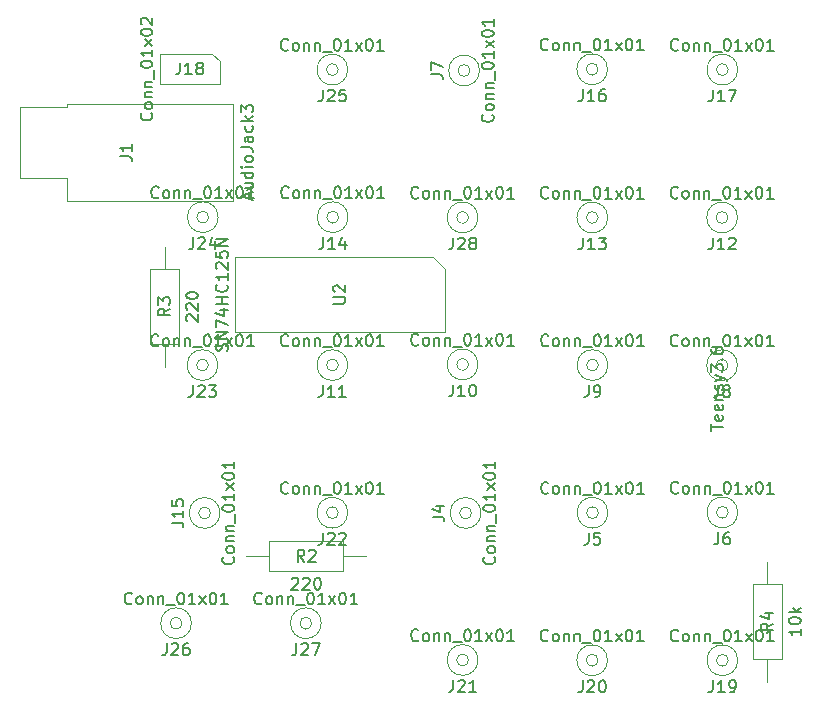
<source format=gbr>
G04 #@! TF.GenerationSoftware,KiCad,Pcbnew,(5.0.2)-1*
G04 #@! TF.CreationDate,2019-03-30T17:50:24-04:00*
G04 #@! TF.ProjectId,po_midi_adapter,706f5f6d-6964-4695-9f61-646170746572,rev?*
G04 #@! TF.SameCoordinates,PXa2393f8PY7537788*
G04 #@! TF.FileFunction,Other,Fab,Top*
%FSLAX46Y46*%
G04 Gerber Fmt 4.6, Leading zero omitted, Abs format (unit mm)*
G04 Created by KiCad (PCBNEW (5.0.2)-1) date 2019-03-30 5:50:24 PM*
%MOMM*%
%LPD*%
G01*
G04 APERTURE LIST*
%ADD10C,0.120000*%
%ADD11C,0.100000*%
%ADD12C,0.150000*%
G04 APERTURE END LIST*
D10*
G04 #@! TO.C,J28*
X-28887800Y46456600D02*
G75*
G03X-28887800Y46456600I-500000J0D01*
G01*
X-28087800Y46456600D02*
G75*
G03X-28087800Y46456600I-1300000J0D01*
G01*
G04 #@! TO.C,J27*
X-42159300Y12103100D02*
G75*
G03X-42159300Y12103100I-500000J0D01*
G01*
X-41359300Y12103100D02*
G75*
G03X-41359300Y12103100I-1300000J0D01*
G01*
G04 #@! TO.C,J26*
X-53144800Y12103100D02*
G75*
G03X-53144800Y12103100I-500000J0D01*
G01*
X-52344800Y12103100D02*
G75*
G03X-52344800Y12103100I-1300000J0D01*
G01*
G04 #@! TO.C,J25*
X-39911400Y58978800D02*
G75*
G03X-39911400Y58978800I-500000J0D01*
G01*
X-39111400Y58978800D02*
G75*
G03X-39111400Y58978800I-1300000J0D01*
G01*
G04 #@! TO.C,J24*
X-50884200Y46482000D02*
G75*
G03X-50884200Y46482000I-500000J0D01*
G01*
X-50084200Y46482000D02*
G75*
G03X-50084200Y46482000I-1300000J0D01*
G01*
G04 #@! TO.C,J23*
X-50909600Y33959800D02*
G75*
G03X-50909600Y33959800I-500000J0D01*
G01*
X-50109600Y33959800D02*
G75*
G03X-50109600Y33959800I-1300000J0D01*
G01*
G04 #@! TO.C,J22*
X-39911400Y21463000D02*
G75*
G03X-39911400Y21463000I-500000J0D01*
G01*
X-39111400Y21463000D02*
G75*
G03X-39111400Y21463000I-1300000J0D01*
G01*
G04 #@! TO.C,J21*
X-28887800Y8991600D02*
G75*
G03X-28887800Y8991600I-500000J0D01*
G01*
X-28087800Y8991600D02*
G75*
G03X-28087800Y8991600I-1300000J0D01*
G01*
G04 #@! TO.C,J20*
X-17915000Y8966200D02*
G75*
G03X-17915000Y8966200I-500000J0D01*
G01*
X-17115000Y8966200D02*
G75*
G03X-17115000Y8966200I-1300000J0D01*
G01*
G04 #@! TO.C,J19*
X-6891400Y8966200D02*
G75*
G03X-6891400Y8966200I-500000J0D01*
G01*
X-6091400Y8966200D02*
G75*
G03X-6091400Y8966200I-1300000J0D01*
G01*
G04 #@! TO.C,J17*
X-6891400Y58978800D02*
G75*
G03X-6891400Y58978800I-500000J0D01*
G01*
X-6091400Y58978800D02*
G75*
G03X-6091400Y58978800I-1300000J0D01*
G01*
G04 #@! TO.C,J16*
X-17915000Y59004200D02*
G75*
G03X-17915000Y59004200I-500000J0D01*
G01*
X-17115000Y59004200D02*
G75*
G03X-17115000Y59004200I-1300000J0D01*
G01*
G04 #@! TO.C,J14*
X-39886000Y46482000D02*
G75*
G03X-39886000Y46482000I-500000J0D01*
G01*
X-39086000Y46482000D02*
G75*
G03X-39086000Y46482000I-1300000J0D01*
G01*
G04 #@! TO.C,J13*
X-17902300Y46456600D02*
G75*
G03X-17902300Y46456600I-500000J0D01*
G01*
X-17102300Y46456600D02*
G75*
G03X-17102300Y46456600I-1300000J0D01*
G01*
G04 #@! TO.C,J12*
X-6916800Y46456600D02*
G75*
G03X-6916800Y46456600I-500000J0D01*
G01*
X-6116800Y46456600D02*
G75*
G03X-6116800Y46456600I-1300000J0D01*
G01*
G04 #@! TO.C,J11*
X-39911400Y33959800D02*
G75*
G03X-39911400Y33959800I-500000J0D01*
G01*
X-39111400Y33959800D02*
G75*
G03X-39111400Y33959800I-1300000J0D01*
G01*
G04 #@! TO.C,J10*
X-28887800Y34010600D02*
G75*
G03X-28887800Y34010600I-500000J0D01*
G01*
X-28087800Y34010600D02*
G75*
G03X-28087800Y34010600I-1300000J0D01*
G01*
G04 #@! TO.C,J9*
X-17889600Y33959800D02*
G75*
G03X-17889600Y33959800I-500000J0D01*
G01*
X-17089600Y33959800D02*
G75*
G03X-17089600Y33959800I-1300000J0D01*
G01*
G04 #@! TO.C,J8*
X-6916800Y33947100D02*
G75*
G03X-6916800Y33947100I-500000J0D01*
G01*
X-6116800Y33947100D02*
G75*
G03X-6116800Y33947100I-1300000J0D01*
G01*
G04 #@! TO.C,J6*
X-6891400Y21488400D02*
G75*
G03X-6891400Y21488400I-500000J0D01*
G01*
X-6091400Y21488400D02*
G75*
G03X-6091400Y21488400I-1300000J0D01*
G01*
G04 #@! TO.C,J5*
X-17889600Y21463000D02*
G75*
G03X-17889600Y21463000I-500000J0D01*
G01*
X-17089600Y21463000D02*
G75*
G03X-17089600Y21463000I-1300000J0D01*
G01*
D11*
G04 #@! TO.C,J18*
X-50596800Y60299600D02*
X-49961800Y59664600D01*
X-55041800Y60299600D02*
X-50596800Y60299600D01*
X-55041800Y57759600D02*
X-55041800Y60299600D01*
X-49961800Y57759600D02*
X-55041800Y57759600D01*
X-49961800Y59664600D02*
X-49961800Y57759600D01*
D10*
G04 #@! TO.C,J4*
X-28633800Y21437600D02*
G75*
G03X-28633800Y21437600I-500000J0D01*
G01*
X-27833800Y21437600D02*
G75*
G03X-27833800Y21437600I-1300000J0D01*
G01*
G04 #@! TO.C,J7*
X-27960800Y58902600D02*
G75*
G03X-27960800Y58902600I-1300000J0D01*
G01*
X-28760800Y58902600D02*
G75*
G03X-28760800Y58902600I-500000J0D01*
G01*
G04 #@! TO.C,J15*
X-50731800Y21437600D02*
G75*
G03X-50731800Y21437600I-500000J0D01*
G01*
X-49931800Y21437600D02*
G75*
G03X-49931800Y21437600I-1300000J0D01*
G01*
D11*
G04 #@! TO.C,R2*
X-37541200Y17780000D02*
X-39471200Y17780000D01*
X-47701200Y17780000D02*
X-45771200Y17780000D01*
X-39471200Y19030000D02*
X-45771200Y19030000D01*
X-39471200Y16530000D02*
X-39471200Y19030000D01*
X-45771200Y16530000D02*
X-39471200Y16530000D01*
X-45771200Y19030000D02*
X-45771200Y16530000D01*
G04 #@! TO.C,R3*
X-55860000Y35762800D02*
X-53360000Y35762800D01*
X-53360000Y35762800D02*
X-53360000Y42062800D01*
X-53360000Y42062800D02*
X-55860000Y42062800D01*
X-55860000Y42062800D02*
X-55860000Y35762800D01*
X-54610000Y33832800D02*
X-54610000Y35762800D01*
X-54610000Y43992800D02*
X-54610000Y42062800D01*
G04 #@! TO.C,R4*
X-4831400Y9092800D02*
X-2331400Y9092800D01*
X-2331400Y9092800D02*
X-2331400Y15392800D01*
X-2331400Y15392800D02*
X-4831400Y15392800D01*
X-4831400Y15392800D02*
X-4831400Y9092800D01*
X-3581400Y7162800D02*
X-3581400Y9092800D01*
X-3581400Y17322800D02*
X-3581400Y15392800D01*
G04 #@! TO.C,U2*
X-30886400Y42103800D02*
X-30886400Y36753800D01*
X-30886400Y36753800D02*
X-48666400Y36753800D01*
X-48666400Y36753800D02*
X-48666400Y43103800D01*
X-48666400Y43103800D02*
X-31886400Y43103800D01*
X-31886400Y43103800D02*
X-30886400Y42103800D01*
G04 #@! TO.C,J1*
X-66845800Y49792200D02*
X-66845800Y55792200D01*
X-66845800Y55792200D02*
X-62845800Y55792200D01*
X-62845800Y55792200D02*
X-62845800Y56092200D01*
X-62845800Y56092200D02*
X-48845800Y56092200D01*
X-48845800Y56092200D02*
X-48845800Y47892200D01*
X-48845800Y47892200D02*
X-62845800Y47892200D01*
X-62845800Y47892200D02*
X-62845800Y49792200D01*
X-62845800Y49792200D02*
X-66845800Y49792200D01*
G04 #@! TD*
G04 #@! TO.C,U1*
D12*
X-8345420Y28407172D02*
X-8345420Y28978600D01*
X-7345420Y28692886D02*
X-8345420Y28692886D01*
X-7393039Y29692886D02*
X-7345420Y29597648D01*
X-7345420Y29407172D01*
X-7393039Y29311934D01*
X-7488277Y29264315D01*
X-7869229Y29264315D01*
X-7964467Y29311934D01*
X-8012086Y29407172D01*
X-8012086Y29597648D01*
X-7964467Y29692886D01*
X-7869229Y29740505D01*
X-7773991Y29740505D01*
X-7678753Y29264315D01*
X-7393039Y30550029D02*
X-7345420Y30454791D01*
X-7345420Y30264315D01*
X-7393039Y30169077D01*
X-7488277Y30121458D01*
X-7869229Y30121458D01*
X-7964467Y30169077D01*
X-8012086Y30264315D01*
X-8012086Y30454791D01*
X-7964467Y30550029D01*
X-7869229Y30597648D01*
X-7773991Y30597648D01*
X-7678753Y30121458D01*
X-8012086Y31026220D02*
X-7345420Y31026220D01*
X-7916848Y31026220D02*
X-7964467Y31073839D01*
X-8012086Y31169077D01*
X-8012086Y31311934D01*
X-7964467Y31407172D01*
X-7869229Y31454791D01*
X-7345420Y31454791D01*
X-7393039Y31883362D02*
X-7345420Y31978600D01*
X-7345420Y32169077D01*
X-7393039Y32264315D01*
X-7488277Y32311934D01*
X-7535896Y32311934D01*
X-7631134Y32264315D01*
X-7678753Y32169077D01*
X-7678753Y32026220D01*
X-7726372Y31930981D01*
X-7821610Y31883362D01*
X-7869229Y31883362D01*
X-7964467Y31930981D01*
X-8012086Y32026220D01*
X-8012086Y32169077D01*
X-7964467Y32264315D01*
X-8012086Y32645267D02*
X-7345420Y32883362D01*
X-8012086Y33121458D02*
X-7345420Y32883362D01*
X-7107324Y32788124D01*
X-7059705Y32740505D01*
X-7012086Y32645267D01*
X-8345420Y33407172D02*
X-8345420Y34026220D01*
X-7964467Y33692886D01*
X-7964467Y33835743D01*
X-7916848Y33930981D01*
X-7869229Y33978600D01*
X-7773991Y34026220D01*
X-7535896Y34026220D01*
X-7440658Y33978600D01*
X-7393039Y33930981D01*
X-7345420Y33835743D01*
X-7345420Y33550029D01*
X-7393039Y33454791D01*
X-7440658Y33407172D01*
X-7440658Y34454791D02*
X-7393039Y34502410D01*
X-7345420Y34454791D01*
X-7393039Y34407172D01*
X-7440658Y34454791D01*
X-7345420Y34454791D01*
X-8345420Y35359553D02*
X-8345420Y35169077D01*
X-8297800Y35073839D01*
X-8250181Y35026220D01*
X-8107324Y34930981D01*
X-7916848Y34883362D01*
X-7535896Y34883362D01*
X-7440658Y34930981D01*
X-7393039Y34978600D01*
X-7345420Y35073839D01*
X-7345420Y35264315D01*
X-7393039Y35359553D01*
X-7440658Y35407172D01*
X-7535896Y35454791D01*
X-7773991Y35454791D01*
X-7869229Y35407172D01*
X-7916848Y35359553D01*
X-7964467Y35264315D01*
X-7964467Y35073839D01*
X-7916848Y34978600D01*
X-7869229Y34930981D01*
X-7773991Y34883362D01*
G04 #@! TO.C,J28*
X-33125896Y48149458D02*
X-33173515Y48101839D01*
X-33316372Y48054220D01*
X-33411610Y48054220D01*
X-33554467Y48101839D01*
X-33649705Y48197077D01*
X-33697324Y48292315D01*
X-33744943Y48482791D01*
X-33744943Y48625648D01*
X-33697324Y48816124D01*
X-33649705Y48911362D01*
X-33554467Y49006600D01*
X-33411610Y49054220D01*
X-33316372Y49054220D01*
X-33173515Y49006600D01*
X-33125896Y48958981D01*
X-32554467Y48054220D02*
X-32649705Y48101839D01*
X-32697324Y48149458D01*
X-32744943Y48244696D01*
X-32744943Y48530410D01*
X-32697324Y48625648D01*
X-32649705Y48673267D01*
X-32554467Y48720886D01*
X-32411610Y48720886D01*
X-32316372Y48673267D01*
X-32268753Y48625648D01*
X-32221134Y48530410D01*
X-32221134Y48244696D01*
X-32268753Y48149458D01*
X-32316372Y48101839D01*
X-32411610Y48054220D01*
X-32554467Y48054220D01*
X-31792562Y48720886D02*
X-31792562Y48054220D01*
X-31792562Y48625648D02*
X-31744943Y48673267D01*
X-31649705Y48720886D01*
X-31506848Y48720886D01*
X-31411610Y48673267D01*
X-31363991Y48578029D01*
X-31363991Y48054220D01*
X-30887800Y48720886D02*
X-30887800Y48054220D01*
X-30887800Y48625648D02*
X-30840181Y48673267D01*
X-30744943Y48720886D01*
X-30602086Y48720886D01*
X-30506848Y48673267D01*
X-30459229Y48578029D01*
X-30459229Y48054220D01*
X-30221134Y47958981D02*
X-29459229Y47958981D01*
X-29030658Y49054220D02*
X-28935420Y49054220D01*
X-28840181Y49006600D01*
X-28792562Y48958981D01*
X-28744943Y48863743D01*
X-28697324Y48673267D01*
X-28697324Y48435172D01*
X-28744943Y48244696D01*
X-28792562Y48149458D01*
X-28840181Y48101839D01*
X-28935420Y48054220D01*
X-29030658Y48054220D01*
X-29125896Y48101839D01*
X-29173515Y48149458D01*
X-29221134Y48244696D01*
X-29268753Y48435172D01*
X-29268753Y48673267D01*
X-29221134Y48863743D01*
X-29173515Y48958981D01*
X-29125896Y49006600D01*
X-29030658Y49054220D01*
X-27744943Y48054220D02*
X-28316372Y48054220D01*
X-28030658Y48054220D02*
X-28030658Y49054220D01*
X-28125896Y48911362D01*
X-28221134Y48816124D01*
X-28316372Y48768505D01*
X-27411610Y48054220D02*
X-26887800Y48720886D01*
X-27411610Y48720886D02*
X-26887800Y48054220D01*
X-26316372Y49054220D02*
X-26221134Y49054220D01*
X-26125896Y49006600D01*
X-26078277Y48958981D01*
X-26030658Y48863743D01*
X-25983039Y48673267D01*
X-25983039Y48435172D01*
X-26030658Y48244696D01*
X-26078277Y48149458D01*
X-26125896Y48101839D01*
X-26221134Y48054220D01*
X-26316372Y48054220D01*
X-26411610Y48101839D01*
X-26459229Y48149458D01*
X-26506848Y48244696D01*
X-26554467Y48435172D01*
X-26554467Y48673267D01*
X-26506848Y48863743D01*
X-26459229Y48958981D01*
X-26411610Y49006600D01*
X-26316372Y49054220D01*
X-25030658Y48054220D02*
X-25602086Y48054220D01*
X-25316372Y48054220D02*
X-25316372Y49054220D01*
X-25411610Y48911362D01*
X-25506848Y48816124D01*
X-25602086Y48768505D01*
X-30197324Y44754220D02*
X-30197324Y44039934D01*
X-30244943Y43897077D01*
X-30340181Y43801839D01*
X-30483039Y43754220D01*
X-30578277Y43754220D01*
X-29768753Y44658981D02*
X-29721134Y44706600D01*
X-29625896Y44754220D01*
X-29387800Y44754220D01*
X-29292562Y44706600D01*
X-29244943Y44658981D01*
X-29197324Y44563743D01*
X-29197324Y44468505D01*
X-29244943Y44325648D01*
X-29816372Y43754220D01*
X-29197324Y43754220D01*
X-28625896Y44325648D02*
X-28721134Y44373267D01*
X-28768753Y44420886D01*
X-28816372Y44516124D01*
X-28816372Y44563743D01*
X-28768753Y44658981D01*
X-28721134Y44706600D01*
X-28625896Y44754220D01*
X-28435420Y44754220D01*
X-28340181Y44706600D01*
X-28292562Y44658981D01*
X-28244943Y44563743D01*
X-28244943Y44516124D01*
X-28292562Y44420886D01*
X-28340181Y44373267D01*
X-28435420Y44325648D01*
X-28625896Y44325648D01*
X-28721134Y44278029D01*
X-28768753Y44230410D01*
X-28816372Y44135172D01*
X-28816372Y43944696D01*
X-28768753Y43849458D01*
X-28721134Y43801839D01*
X-28625896Y43754220D01*
X-28435420Y43754220D01*
X-28340181Y43801839D01*
X-28292562Y43849458D01*
X-28244943Y43944696D01*
X-28244943Y44135172D01*
X-28292562Y44230410D01*
X-28340181Y44278029D01*
X-28435420Y44325648D01*
G04 #@! TO.C,J27*
X-46397396Y13795958D02*
X-46445015Y13748339D01*
X-46587872Y13700720D01*
X-46683110Y13700720D01*
X-46825967Y13748339D01*
X-46921205Y13843577D01*
X-46968824Y13938815D01*
X-47016443Y14129291D01*
X-47016443Y14272148D01*
X-46968824Y14462624D01*
X-46921205Y14557862D01*
X-46825967Y14653100D01*
X-46683110Y14700720D01*
X-46587872Y14700720D01*
X-46445015Y14653100D01*
X-46397396Y14605481D01*
X-45825967Y13700720D02*
X-45921205Y13748339D01*
X-45968824Y13795958D01*
X-46016443Y13891196D01*
X-46016443Y14176910D01*
X-45968824Y14272148D01*
X-45921205Y14319767D01*
X-45825967Y14367386D01*
X-45683110Y14367386D01*
X-45587872Y14319767D01*
X-45540253Y14272148D01*
X-45492634Y14176910D01*
X-45492634Y13891196D01*
X-45540253Y13795958D01*
X-45587872Y13748339D01*
X-45683110Y13700720D01*
X-45825967Y13700720D01*
X-45064062Y14367386D02*
X-45064062Y13700720D01*
X-45064062Y14272148D02*
X-45016443Y14319767D01*
X-44921205Y14367386D01*
X-44778348Y14367386D01*
X-44683110Y14319767D01*
X-44635491Y14224529D01*
X-44635491Y13700720D01*
X-44159300Y14367386D02*
X-44159300Y13700720D01*
X-44159300Y14272148D02*
X-44111681Y14319767D01*
X-44016443Y14367386D01*
X-43873586Y14367386D01*
X-43778348Y14319767D01*
X-43730729Y14224529D01*
X-43730729Y13700720D01*
X-43492634Y13605481D02*
X-42730729Y13605481D01*
X-42302158Y14700720D02*
X-42206920Y14700720D01*
X-42111681Y14653100D01*
X-42064062Y14605481D01*
X-42016443Y14510243D01*
X-41968824Y14319767D01*
X-41968824Y14081672D01*
X-42016443Y13891196D01*
X-42064062Y13795958D01*
X-42111681Y13748339D01*
X-42206920Y13700720D01*
X-42302158Y13700720D01*
X-42397396Y13748339D01*
X-42445015Y13795958D01*
X-42492634Y13891196D01*
X-42540253Y14081672D01*
X-42540253Y14319767D01*
X-42492634Y14510243D01*
X-42445015Y14605481D01*
X-42397396Y14653100D01*
X-42302158Y14700720D01*
X-41016443Y13700720D02*
X-41587872Y13700720D01*
X-41302158Y13700720D02*
X-41302158Y14700720D01*
X-41397396Y14557862D01*
X-41492634Y14462624D01*
X-41587872Y14415005D01*
X-40683110Y13700720D02*
X-40159300Y14367386D01*
X-40683110Y14367386D02*
X-40159300Y13700720D01*
X-39587872Y14700720D02*
X-39492634Y14700720D01*
X-39397396Y14653100D01*
X-39349777Y14605481D01*
X-39302158Y14510243D01*
X-39254539Y14319767D01*
X-39254539Y14081672D01*
X-39302158Y13891196D01*
X-39349777Y13795958D01*
X-39397396Y13748339D01*
X-39492634Y13700720D01*
X-39587872Y13700720D01*
X-39683110Y13748339D01*
X-39730729Y13795958D01*
X-39778348Y13891196D01*
X-39825967Y14081672D01*
X-39825967Y14319767D01*
X-39778348Y14510243D01*
X-39730729Y14605481D01*
X-39683110Y14653100D01*
X-39587872Y14700720D01*
X-38302158Y13700720D02*
X-38873586Y13700720D01*
X-38587872Y13700720D02*
X-38587872Y14700720D01*
X-38683110Y14557862D01*
X-38778348Y14462624D01*
X-38873586Y14415005D01*
X-43468824Y10400720D02*
X-43468824Y9686434D01*
X-43516443Y9543577D01*
X-43611681Y9448339D01*
X-43754539Y9400720D01*
X-43849777Y9400720D01*
X-43040253Y10305481D02*
X-42992634Y10353100D01*
X-42897396Y10400720D01*
X-42659300Y10400720D01*
X-42564062Y10353100D01*
X-42516443Y10305481D01*
X-42468824Y10210243D01*
X-42468824Y10115005D01*
X-42516443Y9972148D01*
X-43087872Y9400720D01*
X-42468824Y9400720D01*
X-42135491Y10400720D02*
X-41468824Y10400720D01*
X-41897396Y9400720D01*
G04 #@! TO.C,J26*
X-57382896Y13795958D02*
X-57430515Y13748339D01*
X-57573372Y13700720D01*
X-57668610Y13700720D01*
X-57811467Y13748339D01*
X-57906705Y13843577D01*
X-57954324Y13938815D01*
X-58001943Y14129291D01*
X-58001943Y14272148D01*
X-57954324Y14462624D01*
X-57906705Y14557862D01*
X-57811467Y14653100D01*
X-57668610Y14700720D01*
X-57573372Y14700720D01*
X-57430515Y14653100D01*
X-57382896Y14605481D01*
X-56811467Y13700720D02*
X-56906705Y13748339D01*
X-56954324Y13795958D01*
X-57001943Y13891196D01*
X-57001943Y14176910D01*
X-56954324Y14272148D01*
X-56906705Y14319767D01*
X-56811467Y14367386D01*
X-56668610Y14367386D01*
X-56573372Y14319767D01*
X-56525753Y14272148D01*
X-56478134Y14176910D01*
X-56478134Y13891196D01*
X-56525753Y13795958D01*
X-56573372Y13748339D01*
X-56668610Y13700720D01*
X-56811467Y13700720D01*
X-56049562Y14367386D02*
X-56049562Y13700720D01*
X-56049562Y14272148D02*
X-56001943Y14319767D01*
X-55906705Y14367386D01*
X-55763848Y14367386D01*
X-55668610Y14319767D01*
X-55620991Y14224529D01*
X-55620991Y13700720D01*
X-55144800Y14367386D02*
X-55144800Y13700720D01*
X-55144800Y14272148D02*
X-55097181Y14319767D01*
X-55001943Y14367386D01*
X-54859086Y14367386D01*
X-54763848Y14319767D01*
X-54716229Y14224529D01*
X-54716229Y13700720D01*
X-54478134Y13605481D02*
X-53716229Y13605481D01*
X-53287658Y14700720D02*
X-53192420Y14700720D01*
X-53097181Y14653100D01*
X-53049562Y14605481D01*
X-53001943Y14510243D01*
X-52954324Y14319767D01*
X-52954324Y14081672D01*
X-53001943Y13891196D01*
X-53049562Y13795958D01*
X-53097181Y13748339D01*
X-53192420Y13700720D01*
X-53287658Y13700720D01*
X-53382896Y13748339D01*
X-53430515Y13795958D01*
X-53478134Y13891196D01*
X-53525753Y14081672D01*
X-53525753Y14319767D01*
X-53478134Y14510243D01*
X-53430515Y14605481D01*
X-53382896Y14653100D01*
X-53287658Y14700720D01*
X-52001943Y13700720D02*
X-52573372Y13700720D01*
X-52287658Y13700720D02*
X-52287658Y14700720D01*
X-52382896Y14557862D01*
X-52478134Y14462624D01*
X-52573372Y14415005D01*
X-51668610Y13700720D02*
X-51144800Y14367386D01*
X-51668610Y14367386D02*
X-51144800Y13700720D01*
X-50573372Y14700720D02*
X-50478134Y14700720D01*
X-50382896Y14653100D01*
X-50335277Y14605481D01*
X-50287658Y14510243D01*
X-50240039Y14319767D01*
X-50240039Y14081672D01*
X-50287658Y13891196D01*
X-50335277Y13795958D01*
X-50382896Y13748339D01*
X-50478134Y13700720D01*
X-50573372Y13700720D01*
X-50668610Y13748339D01*
X-50716229Y13795958D01*
X-50763848Y13891196D01*
X-50811467Y14081672D01*
X-50811467Y14319767D01*
X-50763848Y14510243D01*
X-50716229Y14605481D01*
X-50668610Y14653100D01*
X-50573372Y14700720D01*
X-49287658Y13700720D02*
X-49859086Y13700720D01*
X-49573372Y13700720D02*
X-49573372Y14700720D01*
X-49668610Y14557862D01*
X-49763848Y14462624D01*
X-49859086Y14415005D01*
X-54454324Y10400720D02*
X-54454324Y9686434D01*
X-54501943Y9543577D01*
X-54597181Y9448339D01*
X-54740039Y9400720D01*
X-54835277Y9400720D01*
X-54025753Y10305481D02*
X-53978134Y10353100D01*
X-53882896Y10400720D01*
X-53644800Y10400720D01*
X-53549562Y10353100D01*
X-53501943Y10305481D01*
X-53454324Y10210243D01*
X-53454324Y10115005D01*
X-53501943Y9972148D01*
X-54073372Y9400720D01*
X-53454324Y9400720D01*
X-52597181Y10400720D02*
X-52787658Y10400720D01*
X-52882896Y10353100D01*
X-52930515Y10305481D01*
X-53025753Y10162624D01*
X-53073372Y9972148D01*
X-53073372Y9591196D01*
X-53025753Y9495958D01*
X-52978134Y9448339D01*
X-52882896Y9400720D01*
X-52692420Y9400720D01*
X-52597181Y9448339D01*
X-52549562Y9495958D01*
X-52501943Y9591196D01*
X-52501943Y9829291D01*
X-52549562Y9924529D01*
X-52597181Y9972148D01*
X-52692420Y10019767D01*
X-52882896Y10019767D01*
X-52978134Y9972148D01*
X-53025753Y9924529D01*
X-53073372Y9829291D01*
G04 #@! TO.C,J25*
X-44149496Y60671658D02*
X-44197115Y60624039D01*
X-44339972Y60576420D01*
X-44435210Y60576420D01*
X-44578067Y60624039D01*
X-44673305Y60719277D01*
X-44720924Y60814515D01*
X-44768543Y61004991D01*
X-44768543Y61147848D01*
X-44720924Y61338324D01*
X-44673305Y61433562D01*
X-44578067Y61528800D01*
X-44435210Y61576420D01*
X-44339972Y61576420D01*
X-44197115Y61528800D01*
X-44149496Y61481181D01*
X-43578067Y60576420D02*
X-43673305Y60624039D01*
X-43720924Y60671658D01*
X-43768543Y60766896D01*
X-43768543Y61052610D01*
X-43720924Y61147848D01*
X-43673305Y61195467D01*
X-43578067Y61243086D01*
X-43435210Y61243086D01*
X-43339972Y61195467D01*
X-43292353Y61147848D01*
X-43244734Y61052610D01*
X-43244734Y60766896D01*
X-43292353Y60671658D01*
X-43339972Y60624039D01*
X-43435210Y60576420D01*
X-43578067Y60576420D01*
X-42816162Y61243086D02*
X-42816162Y60576420D01*
X-42816162Y61147848D02*
X-42768543Y61195467D01*
X-42673305Y61243086D01*
X-42530448Y61243086D01*
X-42435210Y61195467D01*
X-42387591Y61100229D01*
X-42387591Y60576420D01*
X-41911400Y61243086D02*
X-41911400Y60576420D01*
X-41911400Y61147848D02*
X-41863781Y61195467D01*
X-41768543Y61243086D01*
X-41625686Y61243086D01*
X-41530448Y61195467D01*
X-41482829Y61100229D01*
X-41482829Y60576420D01*
X-41244734Y60481181D02*
X-40482829Y60481181D01*
X-40054258Y61576420D02*
X-39959020Y61576420D01*
X-39863781Y61528800D01*
X-39816162Y61481181D01*
X-39768543Y61385943D01*
X-39720924Y61195467D01*
X-39720924Y60957372D01*
X-39768543Y60766896D01*
X-39816162Y60671658D01*
X-39863781Y60624039D01*
X-39959020Y60576420D01*
X-40054258Y60576420D01*
X-40149496Y60624039D01*
X-40197115Y60671658D01*
X-40244734Y60766896D01*
X-40292353Y60957372D01*
X-40292353Y61195467D01*
X-40244734Y61385943D01*
X-40197115Y61481181D01*
X-40149496Y61528800D01*
X-40054258Y61576420D01*
X-38768543Y60576420D02*
X-39339972Y60576420D01*
X-39054258Y60576420D02*
X-39054258Y61576420D01*
X-39149496Y61433562D01*
X-39244734Y61338324D01*
X-39339972Y61290705D01*
X-38435210Y60576420D02*
X-37911400Y61243086D01*
X-38435210Y61243086D02*
X-37911400Y60576420D01*
X-37339972Y61576420D02*
X-37244734Y61576420D01*
X-37149496Y61528800D01*
X-37101877Y61481181D01*
X-37054258Y61385943D01*
X-37006639Y61195467D01*
X-37006639Y60957372D01*
X-37054258Y60766896D01*
X-37101877Y60671658D01*
X-37149496Y60624039D01*
X-37244734Y60576420D01*
X-37339972Y60576420D01*
X-37435210Y60624039D01*
X-37482829Y60671658D01*
X-37530448Y60766896D01*
X-37578067Y60957372D01*
X-37578067Y61195467D01*
X-37530448Y61385943D01*
X-37482829Y61481181D01*
X-37435210Y61528800D01*
X-37339972Y61576420D01*
X-36054258Y60576420D02*
X-36625686Y60576420D01*
X-36339972Y60576420D02*
X-36339972Y61576420D01*
X-36435210Y61433562D01*
X-36530448Y61338324D01*
X-36625686Y61290705D01*
X-41220924Y57276420D02*
X-41220924Y56562134D01*
X-41268543Y56419277D01*
X-41363781Y56324039D01*
X-41506639Y56276420D01*
X-41601877Y56276420D01*
X-40792353Y57181181D02*
X-40744734Y57228800D01*
X-40649496Y57276420D01*
X-40411400Y57276420D01*
X-40316162Y57228800D01*
X-40268543Y57181181D01*
X-40220924Y57085943D01*
X-40220924Y56990705D01*
X-40268543Y56847848D01*
X-40839972Y56276420D01*
X-40220924Y56276420D01*
X-39316162Y57276420D02*
X-39792353Y57276420D01*
X-39839972Y56800229D01*
X-39792353Y56847848D01*
X-39697115Y56895467D01*
X-39459020Y56895467D01*
X-39363781Y56847848D01*
X-39316162Y56800229D01*
X-39268543Y56704991D01*
X-39268543Y56466896D01*
X-39316162Y56371658D01*
X-39363781Y56324039D01*
X-39459020Y56276420D01*
X-39697115Y56276420D01*
X-39792353Y56324039D01*
X-39839972Y56371658D01*
G04 #@! TO.C,J24*
X-55122296Y48174858D02*
X-55169915Y48127239D01*
X-55312772Y48079620D01*
X-55408010Y48079620D01*
X-55550867Y48127239D01*
X-55646105Y48222477D01*
X-55693724Y48317715D01*
X-55741343Y48508191D01*
X-55741343Y48651048D01*
X-55693724Y48841524D01*
X-55646105Y48936762D01*
X-55550867Y49032000D01*
X-55408010Y49079620D01*
X-55312772Y49079620D01*
X-55169915Y49032000D01*
X-55122296Y48984381D01*
X-54550867Y48079620D02*
X-54646105Y48127239D01*
X-54693724Y48174858D01*
X-54741343Y48270096D01*
X-54741343Y48555810D01*
X-54693724Y48651048D01*
X-54646105Y48698667D01*
X-54550867Y48746286D01*
X-54408010Y48746286D01*
X-54312772Y48698667D01*
X-54265153Y48651048D01*
X-54217534Y48555810D01*
X-54217534Y48270096D01*
X-54265153Y48174858D01*
X-54312772Y48127239D01*
X-54408010Y48079620D01*
X-54550867Y48079620D01*
X-53788962Y48746286D02*
X-53788962Y48079620D01*
X-53788962Y48651048D02*
X-53741343Y48698667D01*
X-53646105Y48746286D01*
X-53503248Y48746286D01*
X-53408010Y48698667D01*
X-53360391Y48603429D01*
X-53360391Y48079620D01*
X-52884200Y48746286D02*
X-52884200Y48079620D01*
X-52884200Y48651048D02*
X-52836581Y48698667D01*
X-52741343Y48746286D01*
X-52598486Y48746286D01*
X-52503248Y48698667D01*
X-52455629Y48603429D01*
X-52455629Y48079620D01*
X-52217534Y47984381D02*
X-51455629Y47984381D01*
X-51027058Y49079620D02*
X-50931820Y49079620D01*
X-50836581Y49032000D01*
X-50788962Y48984381D01*
X-50741343Y48889143D01*
X-50693724Y48698667D01*
X-50693724Y48460572D01*
X-50741343Y48270096D01*
X-50788962Y48174858D01*
X-50836581Y48127239D01*
X-50931820Y48079620D01*
X-51027058Y48079620D01*
X-51122296Y48127239D01*
X-51169915Y48174858D01*
X-51217534Y48270096D01*
X-51265153Y48460572D01*
X-51265153Y48698667D01*
X-51217534Y48889143D01*
X-51169915Y48984381D01*
X-51122296Y49032000D01*
X-51027058Y49079620D01*
X-49741343Y48079620D02*
X-50312772Y48079620D01*
X-50027058Y48079620D02*
X-50027058Y49079620D01*
X-50122296Y48936762D01*
X-50217534Y48841524D01*
X-50312772Y48793905D01*
X-49408010Y48079620D02*
X-48884200Y48746286D01*
X-49408010Y48746286D02*
X-48884200Y48079620D01*
X-48312772Y49079620D02*
X-48217534Y49079620D01*
X-48122296Y49032000D01*
X-48074677Y48984381D01*
X-48027058Y48889143D01*
X-47979439Y48698667D01*
X-47979439Y48460572D01*
X-48027058Y48270096D01*
X-48074677Y48174858D01*
X-48122296Y48127239D01*
X-48217534Y48079620D01*
X-48312772Y48079620D01*
X-48408010Y48127239D01*
X-48455629Y48174858D01*
X-48503248Y48270096D01*
X-48550867Y48460572D01*
X-48550867Y48698667D01*
X-48503248Y48889143D01*
X-48455629Y48984381D01*
X-48408010Y49032000D01*
X-48312772Y49079620D01*
X-47027058Y48079620D02*
X-47598486Y48079620D01*
X-47312772Y48079620D02*
X-47312772Y49079620D01*
X-47408010Y48936762D01*
X-47503248Y48841524D01*
X-47598486Y48793905D01*
X-52193724Y44779620D02*
X-52193724Y44065334D01*
X-52241343Y43922477D01*
X-52336581Y43827239D01*
X-52479439Y43779620D01*
X-52574677Y43779620D01*
X-51765153Y44684381D02*
X-51717534Y44732000D01*
X-51622296Y44779620D01*
X-51384200Y44779620D01*
X-51288962Y44732000D01*
X-51241343Y44684381D01*
X-51193724Y44589143D01*
X-51193724Y44493905D01*
X-51241343Y44351048D01*
X-51812772Y43779620D01*
X-51193724Y43779620D01*
X-50336581Y44446286D02*
X-50336581Y43779620D01*
X-50574677Y44827239D02*
X-50812772Y44112953D01*
X-50193724Y44112953D01*
G04 #@! TO.C,J23*
X-55147696Y35652658D02*
X-55195315Y35605039D01*
X-55338172Y35557420D01*
X-55433410Y35557420D01*
X-55576267Y35605039D01*
X-55671505Y35700277D01*
X-55719124Y35795515D01*
X-55766743Y35985991D01*
X-55766743Y36128848D01*
X-55719124Y36319324D01*
X-55671505Y36414562D01*
X-55576267Y36509800D01*
X-55433410Y36557420D01*
X-55338172Y36557420D01*
X-55195315Y36509800D01*
X-55147696Y36462181D01*
X-54576267Y35557420D02*
X-54671505Y35605039D01*
X-54719124Y35652658D01*
X-54766743Y35747896D01*
X-54766743Y36033610D01*
X-54719124Y36128848D01*
X-54671505Y36176467D01*
X-54576267Y36224086D01*
X-54433410Y36224086D01*
X-54338172Y36176467D01*
X-54290553Y36128848D01*
X-54242934Y36033610D01*
X-54242934Y35747896D01*
X-54290553Y35652658D01*
X-54338172Y35605039D01*
X-54433410Y35557420D01*
X-54576267Y35557420D01*
X-53814362Y36224086D02*
X-53814362Y35557420D01*
X-53814362Y36128848D02*
X-53766743Y36176467D01*
X-53671505Y36224086D01*
X-53528648Y36224086D01*
X-53433410Y36176467D01*
X-53385791Y36081229D01*
X-53385791Y35557420D01*
X-52909600Y36224086D02*
X-52909600Y35557420D01*
X-52909600Y36128848D02*
X-52861981Y36176467D01*
X-52766743Y36224086D01*
X-52623886Y36224086D01*
X-52528648Y36176467D01*
X-52481029Y36081229D01*
X-52481029Y35557420D01*
X-52242934Y35462181D02*
X-51481029Y35462181D01*
X-51052458Y36557420D02*
X-50957220Y36557420D01*
X-50861981Y36509800D01*
X-50814362Y36462181D01*
X-50766743Y36366943D01*
X-50719124Y36176467D01*
X-50719124Y35938372D01*
X-50766743Y35747896D01*
X-50814362Y35652658D01*
X-50861981Y35605039D01*
X-50957220Y35557420D01*
X-51052458Y35557420D01*
X-51147696Y35605039D01*
X-51195315Y35652658D01*
X-51242934Y35747896D01*
X-51290553Y35938372D01*
X-51290553Y36176467D01*
X-51242934Y36366943D01*
X-51195315Y36462181D01*
X-51147696Y36509800D01*
X-51052458Y36557420D01*
X-49766743Y35557420D02*
X-50338172Y35557420D01*
X-50052458Y35557420D02*
X-50052458Y36557420D01*
X-50147696Y36414562D01*
X-50242934Y36319324D01*
X-50338172Y36271705D01*
X-49433410Y35557420D02*
X-48909600Y36224086D01*
X-49433410Y36224086D02*
X-48909600Y35557420D01*
X-48338172Y36557420D02*
X-48242934Y36557420D01*
X-48147696Y36509800D01*
X-48100077Y36462181D01*
X-48052458Y36366943D01*
X-48004839Y36176467D01*
X-48004839Y35938372D01*
X-48052458Y35747896D01*
X-48100077Y35652658D01*
X-48147696Y35605039D01*
X-48242934Y35557420D01*
X-48338172Y35557420D01*
X-48433410Y35605039D01*
X-48481029Y35652658D01*
X-48528648Y35747896D01*
X-48576267Y35938372D01*
X-48576267Y36176467D01*
X-48528648Y36366943D01*
X-48481029Y36462181D01*
X-48433410Y36509800D01*
X-48338172Y36557420D01*
X-47052458Y35557420D02*
X-47623886Y35557420D01*
X-47338172Y35557420D02*
X-47338172Y36557420D01*
X-47433410Y36414562D01*
X-47528648Y36319324D01*
X-47623886Y36271705D01*
X-52219124Y32257420D02*
X-52219124Y31543134D01*
X-52266743Y31400277D01*
X-52361981Y31305039D01*
X-52504839Y31257420D01*
X-52600077Y31257420D01*
X-51790553Y32162181D02*
X-51742934Y32209800D01*
X-51647696Y32257420D01*
X-51409600Y32257420D01*
X-51314362Y32209800D01*
X-51266743Y32162181D01*
X-51219124Y32066943D01*
X-51219124Y31971705D01*
X-51266743Y31828848D01*
X-51838172Y31257420D01*
X-51219124Y31257420D01*
X-50885791Y32257420D02*
X-50266743Y32257420D01*
X-50600077Y31876467D01*
X-50457220Y31876467D01*
X-50361981Y31828848D01*
X-50314362Y31781229D01*
X-50266743Y31685991D01*
X-50266743Y31447896D01*
X-50314362Y31352658D01*
X-50361981Y31305039D01*
X-50457220Y31257420D01*
X-50742934Y31257420D01*
X-50838172Y31305039D01*
X-50885791Y31352658D01*
G04 #@! TO.C,J22*
X-44149496Y23155858D02*
X-44197115Y23108239D01*
X-44339972Y23060620D01*
X-44435210Y23060620D01*
X-44578067Y23108239D01*
X-44673305Y23203477D01*
X-44720924Y23298715D01*
X-44768543Y23489191D01*
X-44768543Y23632048D01*
X-44720924Y23822524D01*
X-44673305Y23917762D01*
X-44578067Y24013000D01*
X-44435210Y24060620D01*
X-44339972Y24060620D01*
X-44197115Y24013000D01*
X-44149496Y23965381D01*
X-43578067Y23060620D02*
X-43673305Y23108239D01*
X-43720924Y23155858D01*
X-43768543Y23251096D01*
X-43768543Y23536810D01*
X-43720924Y23632048D01*
X-43673305Y23679667D01*
X-43578067Y23727286D01*
X-43435210Y23727286D01*
X-43339972Y23679667D01*
X-43292353Y23632048D01*
X-43244734Y23536810D01*
X-43244734Y23251096D01*
X-43292353Y23155858D01*
X-43339972Y23108239D01*
X-43435210Y23060620D01*
X-43578067Y23060620D01*
X-42816162Y23727286D02*
X-42816162Y23060620D01*
X-42816162Y23632048D02*
X-42768543Y23679667D01*
X-42673305Y23727286D01*
X-42530448Y23727286D01*
X-42435210Y23679667D01*
X-42387591Y23584429D01*
X-42387591Y23060620D01*
X-41911400Y23727286D02*
X-41911400Y23060620D01*
X-41911400Y23632048D02*
X-41863781Y23679667D01*
X-41768543Y23727286D01*
X-41625686Y23727286D01*
X-41530448Y23679667D01*
X-41482829Y23584429D01*
X-41482829Y23060620D01*
X-41244734Y22965381D02*
X-40482829Y22965381D01*
X-40054258Y24060620D02*
X-39959020Y24060620D01*
X-39863781Y24013000D01*
X-39816162Y23965381D01*
X-39768543Y23870143D01*
X-39720924Y23679667D01*
X-39720924Y23441572D01*
X-39768543Y23251096D01*
X-39816162Y23155858D01*
X-39863781Y23108239D01*
X-39959020Y23060620D01*
X-40054258Y23060620D01*
X-40149496Y23108239D01*
X-40197115Y23155858D01*
X-40244734Y23251096D01*
X-40292353Y23441572D01*
X-40292353Y23679667D01*
X-40244734Y23870143D01*
X-40197115Y23965381D01*
X-40149496Y24013000D01*
X-40054258Y24060620D01*
X-38768543Y23060620D02*
X-39339972Y23060620D01*
X-39054258Y23060620D02*
X-39054258Y24060620D01*
X-39149496Y23917762D01*
X-39244734Y23822524D01*
X-39339972Y23774905D01*
X-38435210Y23060620D02*
X-37911400Y23727286D01*
X-38435210Y23727286D02*
X-37911400Y23060620D01*
X-37339972Y24060620D02*
X-37244734Y24060620D01*
X-37149496Y24013000D01*
X-37101877Y23965381D01*
X-37054258Y23870143D01*
X-37006639Y23679667D01*
X-37006639Y23441572D01*
X-37054258Y23251096D01*
X-37101877Y23155858D01*
X-37149496Y23108239D01*
X-37244734Y23060620D01*
X-37339972Y23060620D01*
X-37435210Y23108239D01*
X-37482829Y23155858D01*
X-37530448Y23251096D01*
X-37578067Y23441572D01*
X-37578067Y23679667D01*
X-37530448Y23870143D01*
X-37482829Y23965381D01*
X-37435210Y24013000D01*
X-37339972Y24060620D01*
X-36054258Y23060620D02*
X-36625686Y23060620D01*
X-36339972Y23060620D02*
X-36339972Y24060620D01*
X-36435210Y23917762D01*
X-36530448Y23822524D01*
X-36625686Y23774905D01*
X-41220924Y19760620D02*
X-41220924Y19046334D01*
X-41268543Y18903477D01*
X-41363781Y18808239D01*
X-41506639Y18760620D01*
X-41601877Y18760620D01*
X-40792353Y19665381D02*
X-40744734Y19713000D01*
X-40649496Y19760620D01*
X-40411400Y19760620D01*
X-40316162Y19713000D01*
X-40268543Y19665381D01*
X-40220924Y19570143D01*
X-40220924Y19474905D01*
X-40268543Y19332048D01*
X-40839972Y18760620D01*
X-40220924Y18760620D01*
X-39839972Y19665381D02*
X-39792353Y19713000D01*
X-39697115Y19760620D01*
X-39459020Y19760620D01*
X-39363781Y19713000D01*
X-39316162Y19665381D01*
X-39268543Y19570143D01*
X-39268543Y19474905D01*
X-39316162Y19332048D01*
X-39887591Y18760620D01*
X-39268543Y18760620D01*
G04 #@! TO.C,J21*
X-33125896Y10684458D02*
X-33173515Y10636839D01*
X-33316372Y10589220D01*
X-33411610Y10589220D01*
X-33554467Y10636839D01*
X-33649705Y10732077D01*
X-33697324Y10827315D01*
X-33744943Y11017791D01*
X-33744943Y11160648D01*
X-33697324Y11351124D01*
X-33649705Y11446362D01*
X-33554467Y11541600D01*
X-33411610Y11589220D01*
X-33316372Y11589220D01*
X-33173515Y11541600D01*
X-33125896Y11493981D01*
X-32554467Y10589220D02*
X-32649705Y10636839D01*
X-32697324Y10684458D01*
X-32744943Y10779696D01*
X-32744943Y11065410D01*
X-32697324Y11160648D01*
X-32649705Y11208267D01*
X-32554467Y11255886D01*
X-32411610Y11255886D01*
X-32316372Y11208267D01*
X-32268753Y11160648D01*
X-32221134Y11065410D01*
X-32221134Y10779696D01*
X-32268753Y10684458D01*
X-32316372Y10636839D01*
X-32411610Y10589220D01*
X-32554467Y10589220D01*
X-31792562Y11255886D02*
X-31792562Y10589220D01*
X-31792562Y11160648D02*
X-31744943Y11208267D01*
X-31649705Y11255886D01*
X-31506848Y11255886D01*
X-31411610Y11208267D01*
X-31363991Y11113029D01*
X-31363991Y10589220D01*
X-30887800Y11255886D02*
X-30887800Y10589220D01*
X-30887800Y11160648D02*
X-30840181Y11208267D01*
X-30744943Y11255886D01*
X-30602086Y11255886D01*
X-30506848Y11208267D01*
X-30459229Y11113029D01*
X-30459229Y10589220D01*
X-30221134Y10493981D02*
X-29459229Y10493981D01*
X-29030658Y11589220D02*
X-28935420Y11589220D01*
X-28840181Y11541600D01*
X-28792562Y11493981D01*
X-28744943Y11398743D01*
X-28697324Y11208267D01*
X-28697324Y10970172D01*
X-28744943Y10779696D01*
X-28792562Y10684458D01*
X-28840181Y10636839D01*
X-28935420Y10589220D01*
X-29030658Y10589220D01*
X-29125896Y10636839D01*
X-29173515Y10684458D01*
X-29221134Y10779696D01*
X-29268753Y10970172D01*
X-29268753Y11208267D01*
X-29221134Y11398743D01*
X-29173515Y11493981D01*
X-29125896Y11541600D01*
X-29030658Y11589220D01*
X-27744943Y10589220D02*
X-28316372Y10589220D01*
X-28030658Y10589220D02*
X-28030658Y11589220D01*
X-28125896Y11446362D01*
X-28221134Y11351124D01*
X-28316372Y11303505D01*
X-27411610Y10589220D02*
X-26887800Y11255886D01*
X-27411610Y11255886D02*
X-26887800Y10589220D01*
X-26316372Y11589220D02*
X-26221134Y11589220D01*
X-26125896Y11541600D01*
X-26078277Y11493981D01*
X-26030658Y11398743D01*
X-25983039Y11208267D01*
X-25983039Y10970172D01*
X-26030658Y10779696D01*
X-26078277Y10684458D01*
X-26125896Y10636839D01*
X-26221134Y10589220D01*
X-26316372Y10589220D01*
X-26411610Y10636839D01*
X-26459229Y10684458D01*
X-26506848Y10779696D01*
X-26554467Y10970172D01*
X-26554467Y11208267D01*
X-26506848Y11398743D01*
X-26459229Y11493981D01*
X-26411610Y11541600D01*
X-26316372Y11589220D01*
X-25030658Y10589220D02*
X-25602086Y10589220D01*
X-25316372Y10589220D02*
X-25316372Y11589220D01*
X-25411610Y11446362D01*
X-25506848Y11351124D01*
X-25602086Y11303505D01*
X-30197324Y7289220D02*
X-30197324Y6574934D01*
X-30244943Y6432077D01*
X-30340181Y6336839D01*
X-30483039Y6289220D01*
X-30578277Y6289220D01*
X-29768753Y7193981D02*
X-29721134Y7241600D01*
X-29625896Y7289220D01*
X-29387800Y7289220D01*
X-29292562Y7241600D01*
X-29244943Y7193981D01*
X-29197324Y7098743D01*
X-29197324Y7003505D01*
X-29244943Y6860648D01*
X-29816372Y6289220D01*
X-29197324Y6289220D01*
X-28244943Y6289220D02*
X-28816372Y6289220D01*
X-28530658Y6289220D02*
X-28530658Y7289220D01*
X-28625896Y7146362D01*
X-28721134Y7051124D01*
X-28816372Y7003505D01*
G04 #@! TO.C,J20*
X-22153096Y10659058D02*
X-22200715Y10611439D01*
X-22343572Y10563820D01*
X-22438810Y10563820D01*
X-22581667Y10611439D01*
X-22676905Y10706677D01*
X-22724524Y10801915D01*
X-22772143Y10992391D01*
X-22772143Y11135248D01*
X-22724524Y11325724D01*
X-22676905Y11420962D01*
X-22581667Y11516200D01*
X-22438810Y11563820D01*
X-22343572Y11563820D01*
X-22200715Y11516200D01*
X-22153096Y11468581D01*
X-21581667Y10563820D02*
X-21676905Y10611439D01*
X-21724524Y10659058D01*
X-21772143Y10754296D01*
X-21772143Y11040010D01*
X-21724524Y11135248D01*
X-21676905Y11182867D01*
X-21581667Y11230486D01*
X-21438810Y11230486D01*
X-21343572Y11182867D01*
X-21295953Y11135248D01*
X-21248334Y11040010D01*
X-21248334Y10754296D01*
X-21295953Y10659058D01*
X-21343572Y10611439D01*
X-21438810Y10563820D01*
X-21581667Y10563820D01*
X-20819762Y11230486D02*
X-20819762Y10563820D01*
X-20819762Y11135248D02*
X-20772143Y11182867D01*
X-20676905Y11230486D01*
X-20534048Y11230486D01*
X-20438810Y11182867D01*
X-20391191Y11087629D01*
X-20391191Y10563820D01*
X-19915000Y11230486D02*
X-19915000Y10563820D01*
X-19915000Y11135248D02*
X-19867381Y11182867D01*
X-19772143Y11230486D01*
X-19629286Y11230486D01*
X-19534048Y11182867D01*
X-19486429Y11087629D01*
X-19486429Y10563820D01*
X-19248334Y10468581D02*
X-18486429Y10468581D01*
X-18057858Y11563820D02*
X-17962620Y11563820D01*
X-17867381Y11516200D01*
X-17819762Y11468581D01*
X-17772143Y11373343D01*
X-17724524Y11182867D01*
X-17724524Y10944772D01*
X-17772143Y10754296D01*
X-17819762Y10659058D01*
X-17867381Y10611439D01*
X-17962620Y10563820D01*
X-18057858Y10563820D01*
X-18153096Y10611439D01*
X-18200715Y10659058D01*
X-18248334Y10754296D01*
X-18295953Y10944772D01*
X-18295953Y11182867D01*
X-18248334Y11373343D01*
X-18200715Y11468581D01*
X-18153096Y11516200D01*
X-18057858Y11563820D01*
X-16772143Y10563820D02*
X-17343572Y10563820D01*
X-17057858Y10563820D02*
X-17057858Y11563820D01*
X-17153096Y11420962D01*
X-17248334Y11325724D01*
X-17343572Y11278105D01*
X-16438810Y10563820D02*
X-15915000Y11230486D01*
X-16438810Y11230486D02*
X-15915000Y10563820D01*
X-15343572Y11563820D02*
X-15248334Y11563820D01*
X-15153096Y11516200D01*
X-15105477Y11468581D01*
X-15057858Y11373343D01*
X-15010239Y11182867D01*
X-15010239Y10944772D01*
X-15057858Y10754296D01*
X-15105477Y10659058D01*
X-15153096Y10611439D01*
X-15248334Y10563820D01*
X-15343572Y10563820D01*
X-15438810Y10611439D01*
X-15486429Y10659058D01*
X-15534048Y10754296D01*
X-15581667Y10944772D01*
X-15581667Y11182867D01*
X-15534048Y11373343D01*
X-15486429Y11468581D01*
X-15438810Y11516200D01*
X-15343572Y11563820D01*
X-14057858Y10563820D02*
X-14629286Y10563820D01*
X-14343572Y10563820D02*
X-14343572Y11563820D01*
X-14438810Y11420962D01*
X-14534048Y11325724D01*
X-14629286Y11278105D01*
X-19224524Y7263820D02*
X-19224524Y6549534D01*
X-19272143Y6406677D01*
X-19367381Y6311439D01*
X-19510239Y6263820D01*
X-19605477Y6263820D01*
X-18795953Y7168581D02*
X-18748334Y7216200D01*
X-18653096Y7263820D01*
X-18415000Y7263820D01*
X-18319762Y7216200D01*
X-18272143Y7168581D01*
X-18224524Y7073343D01*
X-18224524Y6978105D01*
X-18272143Y6835248D01*
X-18843572Y6263820D01*
X-18224524Y6263820D01*
X-17605477Y7263820D02*
X-17510239Y7263820D01*
X-17415000Y7216200D01*
X-17367381Y7168581D01*
X-17319762Y7073343D01*
X-17272143Y6882867D01*
X-17272143Y6644772D01*
X-17319762Y6454296D01*
X-17367381Y6359058D01*
X-17415000Y6311439D01*
X-17510239Y6263820D01*
X-17605477Y6263820D01*
X-17700715Y6311439D01*
X-17748334Y6359058D01*
X-17795953Y6454296D01*
X-17843572Y6644772D01*
X-17843572Y6882867D01*
X-17795953Y7073343D01*
X-17748334Y7168581D01*
X-17700715Y7216200D01*
X-17605477Y7263820D01*
G04 #@! TO.C,J19*
X-11129496Y10659058D02*
X-11177115Y10611439D01*
X-11319972Y10563820D01*
X-11415210Y10563820D01*
X-11558067Y10611439D01*
X-11653305Y10706677D01*
X-11700924Y10801915D01*
X-11748543Y10992391D01*
X-11748543Y11135248D01*
X-11700924Y11325724D01*
X-11653305Y11420962D01*
X-11558067Y11516200D01*
X-11415210Y11563820D01*
X-11319972Y11563820D01*
X-11177115Y11516200D01*
X-11129496Y11468581D01*
X-10558067Y10563820D02*
X-10653305Y10611439D01*
X-10700924Y10659058D01*
X-10748543Y10754296D01*
X-10748543Y11040010D01*
X-10700924Y11135248D01*
X-10653305Y11182867D01*
X-10558067Y11230486D01*
X-10415210Y11230486D01*
X-10319972Y11182867D01*
X-10272353Y11135248D01*
X-10224734Y11040010D01*
X-10224734Y10754296D01*
X-10272353Y10659058D01*
X-10319972Y10611439D01*
X-10415210Y10563820D01*
X-10558067Y10563820D01*
X-9796162Y11230486D02*
X-9796162Y10563820D01*
X-9796162Y11135248D02*
X-9748543Y11182867D01*
X-9653305Y11230486D01*
X-9510448Y11230486D01*
X-9415210Y11182867D01*
X-9367591Y11087629D01*
X-9367591Y10563820D01*
X-8891400Y11230486D02*
X-8891400Y10563820D01*
X-8891400Y11135248D02*
X-8843781Y11182867D01*
X-8748543Y11230486D01*
X-8605686Y11230486D01*
X-8510448Y11182867D01*
X-8462829Y11087629D01*
X-8462829Y10563820D01*
X-8224734Y10468581D02*
X-7462829Y10468581D01*
X-7034258Y11563820D02*
X-6939020Y11563820D01*
X-6843781Y11516200D01*
X-6796162Y11468581D01*
X-6748543Y11373343D01*
X-6700924Y11182867D01*
X-6700924Y10944772D01*
X-6748543Y10754296D01*
X-6796162Y10659058D01*
X-6843781Y10611439D01*
X-6939020Y10563820D01*
X-7034258Y10563820D01*
X-7129496Y10611439D01*
X-7177115Y10659058D01*
X-7224734Y10754296D01*
X-7272353Y10944772D01*
X-7272353Y11182867D01*
X-7224734Y11373343D01*
X-7177115Y11468581D01*
X-7129496Y11516200D01*
X-7034258Y11563820D01*
X-5748543Y10563820D02*
X-6319972Y10563820D01*
X-6034258Y10563820D02*
X-6034258Y11563820D01*
X-6129496Y11420962D01*
X-6224734Y11325724D01*
X-6319972Y11278105D01*
X-5415210Y10563820D02*
X-4891400Y11230486D01*
X-5415210Y11230486D02*
X-4891400Y10563820D01*
X-4319972Y11563820D02*
X-4224734Y11563820D01*
X-4129496Y11516200D01*
X-4081877Y11468581D01*
X-4034258Y11373343D01*
X-3986639Y11182867D01*
X-3986639Y10944772D01*
X-4034258Y10754296D01*
X-4081877Y10659058D01*
X-4129496Y10611439D01*
X-4224734Y10563820D01*
X-4319972Y10563820D01*
X-4415210Y10611439D01*
X-4462829Y10659058D01*
X-4510448Y10754296D01*
X-4558067Y10944772D01*
X-4558067Y11182867D01*
X-4510448Y11373343D01*
X-4462829Y11468581D01*
X-4415210Y11516200D01*
X-4319972Y11563820D01*
X-3034258Y10563820D02*
X-3605686Y10563820D01*
X-3319972Y10563820D02*
X-3319972Y11563820D01*
X-3415210Y11420962D01*
X-3510448Y11325724D01*
X-3605686Y11278105D01*
X-8200924Y7263820D02*
X-8200924Y6549534D01*
X-8248543Y6406677D01*
X-8343781Y6311439D01*
X-8486639Y6263820D01*
X-8581877Y6263820D01*
X-7200924Y6263820D02*
X-7772353Y6263820D01*
X-7486639Y6263820D02*
X-7486639Y7263820D01*
X-7581877Y7120962D01*
X-7677115Y7025724D01*
X-7772353Y6978105D01*
X-6724734Y6263820D02*
X-6534258Y6263820D01*
X-6439020Y6311439D01*
X-6391400Y6359058D01*
X-6296162Y6501915D01*
X-6248543Y6692391D01*
X-6248543Y7073343D01*
X-6296162Y7168581D01*
X-6343781Y7216200D01*
X-6439020Y7263820D01*
X-6629496Y7263820D01*
X-6724734Y7216200D01*
X-6772353Y7168581D01*
X-6819972Y7073343D01*
X-6819972Y6835248D01*
X-6772353Y6740010D01*
X-6724734Y6692391D01*
X-6629496Y6644772D01*
X-6439020Y6644772D01*
X-6343781Y6692391D01*
X-6296162Y6740010D01*
X-6248543Y6835248D01*
G04 #@! TO.C,J17*
X-11129496Y60671658D02*
X-11177115Y60624039D01*
X-11319972Y60576420D01*
X-11415210Y60576420D01*
X-11558067Y60624039D01*
X-11653305Y60719277D01*
X-11700924Y60814515D01*
X-11748543Y61004991D01*
X-11748543Y61147848D01*
X-11700924Y61338324D01*
X-11653305Y61433562D01*
X-11558067Y61528800D01*
X-11415210Y61576420D01*
X-11319972Y61576420D01*
X-11177115Y61528800D01*
X-11129496Y61481181D01*
X-10558067Y60576420D02*
X-10653305Y60624039D01*
X-10700924Y60671658D01*
X-10748543Y60766896D01*
X-10748543Y61052610D01*
X-10700924Y61147848D01*
X-10653305Y61195467D01*
X-10558067Y61243086D01*
X-10415210Y61243086D01*
X-10319972Y61195467D01*
X-10272353Y61147848D01*
X-10224734Y61052610D01*
X-10224734Y60766896D01*
X-10272353Y60671658D01*
X-10319972Y60624039D01*
X-10415210Y60576420D01*
X-10558067Y60576420D01*
X-9796162Y61243086D02*
X-9796162Y60576420D01*
X-9796162Y61147848D02*
X-9748543Y61195467D01*
X-9653305Y61243086D01*
X-9510448Y61243086D01*
X-9415210Y61195467D01*
X-9367591Y61100229D01*
X-9367591Y60576420D01*
X-8891400Y61243086D02*
X-8891400Y60576420D01*
X-8891400Y61147848D02*
X-8843781Y61195467D01*
X-8748543Y61243086D01*
X-8605686Y61243086D01*
X-8510448Y61195467D01*
X-8462829Y61100229D01*
X-8462829Y60576420D01*
X-8224734Y60481181D02*
X-7462829Y60481181D01*
X-7034258Y61576420D02*
X-6939020Y61576420D01*
X-6843781Y61528800D01*
X-6796162Y61481181D01*
X-6748543Y61385943D01*
X-6700924Y61195467D01*
X-6700924Y60957372D01*
X-6748543Y60766896D01*
X-6796162Y60671658D01*
X-6843781Y60624039D01*
X-6939020Y60576420D01*
X-7034258Y60576420D01*
X-7129496Y60624039D01*
X-7177115Y60671658D01*
X-7224734Y60766896D01*
X-7272353Y60957372D01*
X-7272353Y61195467D01*
X-7224734Y61385943D01*
X-7177115Y61481181D01*
X-7129496Y61528800D01*
X-7034258Y61576420D01*
X-5748543Y60576420D02*
X-6319972Y60576420D01*
X-6034258Y60576420D02*
X-6034258Y61576420D01*
X-6129496Y61433562D01*
X-6224734Y61338324D01*
X-6319972Y61290705D01*
X-5415210Y60576420D02*
X-4891400Y61243086D01*
X-5415210Y61243086D02*
X-4891400Y60576420D01*
X-4319972Y61576420D02*
X-4224734Y61576420D01*
X-4129496Y61528800D01*
X-4081877Y61481181D01*
X-4034258Y61385943D01*
X-3986639Y61195467D01*
X-3986639Y60957372D01*
X-4034258Y60766896D01*
X-4081877Y60671658D01*
X-4129496Y60624039D01*
X-4224734Y60576420D01*
X-4319972Y60576420D01*
X-4415210Y60624039D01*
X-4462829Y60671658D01*
X-4510448Y60766896D01*
X-4558067Y60957372D01*
X-4558067Y61195467D01*
X-4510448Y61385943D01*
X-4462829Y61481181D01*
X-4415210Y61528800D01*
X-4319972Y61576420D01*
X-3034258Y60576420D02*
X-3605686Y60576420D01*
X-3319972Y60576420D02*
X-3319972Y61576420D01*
X-3415210Y61433562D01*
X-3510448Y61338324D01*
X-3605686Y61290705D01*
X-8200924Y57276420D02*
X-8200924Y56562134D01*
X-8248543Y56419277D01*
X-8343781Y56324039D01*
X-8486639Y56276420D01*
X-8581877Y56276420D01*
X-7200924Y56276420D02*
X-7772353Y56276420D01*
X-7486639Y56276420D02*
X-7486639Y57276420D01*
X-7581877Y57133562D01*
X-7677115Y57038324D01*
X-7772353Y56990705D01*
X-6867591Y57276420D02*
X-6200924Y57276420D01*
X-6629496Y56276420D01*
G04 #@! TO.C,J16*
X-22153096Y60697058D02*
X-22200715Y60649439D01*
X-22343572Y60601820D01*
X-22438810Y60601820D01*
X-22581667Y60649439D01*
X-22676905Y60744677D01*
X-22724524Y60839915D01*
X-22772143Y61030391D01*
X-22772143Y61173248D01*
X-22724524Y61363724D01*
X-22676905Y61458962D01*
X-22581667Y61554200D01*
X-22438810Y61601820D01*
X-22343572Y61601820D01*
X-22200715Y61554200D01*
X-22153096Y61506581D01*
X-21581667Y60601820D02*
X-21676905Y60649439D01*
X-21724524Y60697058D01*
X-21772143Y60792296D01*
X-21772143Y61078010D01*
X-21724524Y61173248D01*
X-21676905Y61220867D01*
X-21581667Y61268486D01*
X-21438810Y61268486D01*
X-21343572Y61220867D01*
X-21295953Y61173248D01*
X-21248334Y61078010D01*
X-21248334Y60792296D01*
X-21295953Y60697058D01*
X-21343572Y60649439D01*
X-21438810Y60601820D01*
X-21581667Y60601820D01*
X-20819762Y61268486D02*
X-20819762Y60601820D01*
X-20819762Y61173248D02*
X-20772143Y61220867D01*
X-20676905Y61268486D01*
X-20534048Y61268486D01*
X-20438810Y61220867D01*
X-20391191Y61125629D01*
X-20391191Y60601820D01*
X-19915000Y61268486D02*
X-19915000Y60601820D01*
X-19915000Y61173248D02*
X-19867381Y61220867D01*
X-19772143Y61268486D01*
X-19629286Y61268486D01*
X-19534048Y61220867D01*
X-19486429Y61125629D01*
X-19486429Y60601820D01*
X-19248334Y60506581D02*
X-18486429Y60506581D01*
X-18057858Y61601820D02*
X-17962620Y61601820D01*
X-17867381Y61554200D01*
X-17819762Y61506581D01*
X-17772143Y61411343D01*
X-17724524Y61220867D01*
X-17724524Y60982772D01*
X-17772143Y60792296D01*
X-17819762Y60697058D01*
X-17867381Y60649439D01*
X-17962620Y60601820D01*
X-18057858Y60601820D01*
X-18153096Y60649439D01*
X-18200715Y60697058D01*
X-18248334Y60792296D01*
X-18295953Y60982772D01*
X-18295953Y61220867D01*
X-18248334Y61411343D01*
X-18200715Y61506581D01*
X-18153096Y61554200D01*
X-18057858Y61601820D01*
X-16772143Y60601820D02*
X-17343572Y60601820D01*
X-17057858Y60601820D02*
X-17057858Y61601820D01*
X-17153096Y61458962D01*
X-17248334Y61363724D01*
X-17343572Y61316105D01*
X-16438810Y60601820D02*
X-15915000Y61268486D01*
X-16438810Y61268486D02*
X-15915000Y60601820D01*
X-15343572Y61601820D02*
X-15248334Y61601820D01*
X-15153096Y61554200D01*
X-15105477Y61506581D01*
X-15057858Y61411343D01*
X-15010239Y61220867D01*
X-15010239Y60982772D01*
X-15057858Y60792296D01*
X-15105477Y60697058D01*
X-15153096Y60649439D01*
X-15248334Y60601820D01*
X-15343572Y60601820D01*
X-15438810Y60649439D01*
X-15486429Y60697058D01*
X-15534048Y60792296D01*
X-15581667Y60982772D01*
X-15581667Y61220867D01*
X-15534048Y61411343D01*
X-15486429Y61506581D01*
X-15438810Y61554200D01*
X-15343572Y61601820D01*
X-14057858Y60601820D02*
X-14629286Y60601820D01*
X-14343572Y60601820D02*
X-14343572Y61601820D01*
X-14438810Y61458962D01*
X-14534048Y61363724D01*
X-14629286Y61316105D01*
X-19224524Y57301820D02*
X-19224524Y56587534D01*
X-19272143Y56444677D01*
X-19367381Y56349439D01*
X-19510239Y56301820D01*
X-19605477Y56301820D01*
X-18224524Y56301820D02*
X-18795953Y56301820D01*
X-18510239Y56301820D02*
X-18510239Y57301820D01*
X-18605477Y57158962D01*
X-18700715Y57063724D01*
X-18795953Y57016105D01*
X-17367381Y57301820D02*
X-17557858Y57301820D01*
X-17653096Y57254200D01*
X-17700715Y57206581D01*
X-17795953Y57063724D01*
X-17843572Y56873248D01*
X-17843572Y56492296D01*
X-17795953Y56397058D01*
X-17748334Y56349439D01*
X-17653096Y56301820D01*
X-17462620Y56301820D01*
X-17367381Y56349439D01*
X-17319762Y56397058D01*
X-17272143Y56492296D01*
X-17272143Y56730391D01*
X-17319762Y56825629D01*
X-17367381Y56873248D01*
X-17462620Y56920867D01*
X-17653096Y56920867D01*
X-17748334Y56873248D01*
X-17795953Y56825629D01*
X-17843572Y56730391D01*
G04 #@! TO.C,J14*
X-44124096Y48174858D02*
X-44171715Y48127239D01*
X-44314572Y48079620D01*
X-44409810Y48079620D01*
X-44552667Y48127239D01*
X-44647905Y48222477D01*
X-44695524Y48317715D01*
X-44743143Y48508191D01*
X-44743143Y48651048D01*
X-44695524Y48841524D01*
X-44647905Y48936762D01*
X-44552667Y49032000D01*
X-44409810Y49079620D01*
X-44314572Y49079620D01*
X-44171715Y49032000D01*
X-44124096Y48984381D01*
X-43552667Y48079620D02*
X-43647905Y48127239D01*
X-43695524Y48174858D01*
X-43743143Y48270096D01*
X-43743143Y48555810D01*
X-43695524Y48651048D01*
X-43647905Y48698667D01*
X-43552667Y48746286D01*
X-43409810Y48746286D01*
X-43314572Y48698667D01*
X-43266953Y48651048D01*
X-43219334Y48555810D01*
X-43219334Y48270096D01*
X-43266953Y48174858D01*
X-43314572Y48127239D01*
X-43409810Y48079620D01*
X-43552667Y48079620D01*
X-42790762Y48746286D02*
X-42790762Y48079620D01*
X-42790762Y48651048D02*
X-42743143Y48698667D01*
X-42647905Y48746286D01*
X-42505048Y48746286D01*
X-42409810Y48698667D01*
X-42362191Y48603429D01*
X-42362191Y48079620D01*
X-41886000Y48746286D02*
X-41886000Y48079620D01*
X-41886000Y48651048D02*
X-41838381Y48698667D01*
X-41743143Y48746286D01*
X-41600286Y48746286D01*
X-41505048Y48698667D01*
X-41457429Y48603429D01*
X-41457429Y48079620D01*
X-41219334Y47984381D02*
X-40457429Y47984381D01*
X-40028858Y49079620D02*
X-39933620Y49079620D01*
X-39838381Y49032000D01*
X-39790762Y48984381D01*
X-39743143Y48889143D01*
X-39695524Y48698667D01*
X-39695524Y48460572D01*
X-39743143Y48270096D01*
X-39790762Y48174858D01*
X-39838381Y48127239D01*
X-39933620Y48079620D01*
X-40028858Y48079620D01*
X-40124096Y48127239D01*
X-40171715Y48174858D01*
X-40219334Y48270096D01*
X-40266953Y48460572D01*
X-40266953Y48698667D01*
X-40219334Y48889143D01*
X-40171715Y48984381D01*
X-40124096Y49032000D01*
X-40028858Y49079620D01*
X-38743143Y48079620D02*
X-39314572Y48079620D01*
X-39028858Y48079620D02*
X-39028858Y49079620D01*
X-39124096Y48936762D01*
X-39219334Y48841524D01*
X-39314572Y48793905D01*
X-38409810Y48079620D02*
X-37886000Y48746286D01*
X-38409810Y48746286D02*
X-37886000Y48079620D01*
X-37314572Y49079620D02*
X-37219334Y49079620D01*
X-37124096Y49032000D01*
X-37076477Y48984381D01*
X-37028858Y48889143D01*
X-36981239Y48698667D01*
X-36981239Y48460572D01*
X-37028858Y48270096D01*
X-37076477Y48174858D01*
X-37124096Y48127239D01*
X-37219334Y48079620D01*
X-37314572Y48079620D01*
X-37409810Y48127239D01*
X-37457429Y48174858D01*
X-37505048Y48270096D01*
X-37552667Y48460572D01*
X-37552667Y48698667D01*
X-37505048Y48889143D01*
X-37457429Y48984381D01*
X-37409810Y49032000D01*
X-37314572Y49079620D01*
X-36028858Y48079620D02*
X-36600286Y48079620D01*
X-36314572Y48079620D02*
X-36314572Y49079620D01*
X-36409810Y48936762D01*
X-36505048Y48841524D01*
X-36600286Y48793905D01*
X-41195524Y44779620D02*
X-41195524Y44065334D01*
X-41243143Y43922477D01*
X-41338381Y43827239D01*
X-41481239Y43779620D01*
X-41576477Y43779620D01*
X-40195524Y43779620D02*
X-40766953Y43779620D01*
X-40481239Y43779620D02*
X-40481239Y44779620D01*
X-40576477Y44636762D01*
X-40671715Y44541524D01*
X-40766953Y44493905D01*
X-39338381Y44446286D02*
X-39338381Y43779620D01*
X-39576477Y44827239D02*
X-39814572Y44112953D01*
X-39195524Y44112953D01*
G04 #@! TO.C,J13*
X-22140396Y48149458D02*
X-22188015Y48101839D01*
X-22330872Y48054220D01*
X-22426110Y48054220D01*
X-22568967Y48101839D01*
X-22664205Y48197077D01*
X-22711824Y48292315D01*
X-22759443Y48482791D01*
X-22759443Y48625648D01*
X-22711824Y48816124D01*
X-22664205Y48911362D01*
X-22568967Y49006600D01*
X-22426110Y49054220D01*
X-22330872Y49054220D01*
X-22188015Y49006600D01*
X-22140396Y48958981D01*
X-21568967Y48054220D02*
X-21664205Y48101839D01*
X-21711824Y48149458D01*
X-21759443Y48244696D01*
X-21759443Y48530410D01*
X-21711824Y48625648D01*
X-21664205Y48673267D01*
X-21568967Y48720886D01*
X-21426110Y48720886D01*
X-21330872Y48673267D01*
X-21283253Y48625648D01*
X-21235634Y48530410D01*
X-21235634Y48244696D01*
X-21283253Y48149458D01*
X-21330872Y48101839D01*
X-21426110Y48054220D01*
X-21568967Y48054220D01*
X-20807062Y48720886D02*
X-20807062Y48054220D01*
X-20807062Y48625648D02*
X-20759443Y48673267D01*
X-20664205Y48720886D01*
X-20521348Y48720886D01*
X-20426110Y48673267D01*
X-20378491Y48578029D01*
X-20378491Y48054220D01*
X-19902300Y48720886D02*
X-19902300Y48054220D01*
X-19902300Y48625648D02*
X-19854681Y48673267D01*
X-19759443Y48720886D01*
X-19616586Y48720886D01*
X-19521348Y48673267D01*
X-19473729Y48578029D01*
X-19473729Y48054220D01*
X-19235634Y47958981D02*
X-18473729Y47958981D01*
X-18045158Y49054220D02*
X-17949920Y49054220D01*
X-17854681Y49006600D01*
X-17807062Y48958981D01*
X-17759443Y48863743D01*
X-17711824Y48673267D01*
X-17711824Y48435172D01*
X-17759443Y48244696D01*
X-17807062Y48149458D01*
X-17854681Y48101839D01*
X-17949920Y48054220D01*
X-18045158Y48054220D01*
X-18140396Y48101839D01*
X-18188015Y48149458D01*
X-18235634Y48244696D01*
X-18283253Y48435172D01*
X-18283253Y48673267D01*
X-18235634Y48863743D01*
X-18188015Y48958981D01*
X-18140396Y49006600D01*
X-18045158Y49054220D01*
X-16759443Y48054220D02*
X-17330872Y48054220D01*
X-17045158Y48054220D02*
X-17045158Y49054220D01*
X-17140396Y48911362D01*
X-17235634Y48816124D01*
X-17330872Y48768505D01*
X-16426110Y48054220D02*
X-15902300Y48720886D01*
X-16426110Y48720886D02*
X-15902300Y48054220D01*
X-15330872Y49054220D02*
X-15235634Y49054220D01*
X-15140396Y49006600D01*
X-15092777Y48958981D01*
X-15045158Y48863743D01*
X-14997539Y48673267D01*
X-14997539Y48435172D01*
X-15045158Y48244696D01*
X-15092777Y48149458D01*
X-15140396Y48101839D01*
X-15235634Y48054220D01*
X-15330872Y48054220D01*
X-15426110Y48101839D01*
X-15473729Y48149458D01*
X-15521348Y48244696D01*
X-15568967Y48435172D01*
X-15568967Y48673267D01*
X-15521348Y48863743D01*
X-15473729Y48958981D01*
X-15426110Y49006600D01*
X-15330872Y49054220D01*
X-14045158Y48054220D02*
X-14616586Y48054220D01*
X-14330872Y48054220D02*
X-14330872Y49054220D01*
X-14426110Y48911362D01*
X-14521348Y48816124D01*
X-14616586Y48768505D01*
X-19211824Y44754220D02*
X-19211824Y44039934D01*
X-19259443Y43897077D01*
X-19354681Y43801839D01*
X-19497539Y43754220D01*
X-19592777Y43754220D01*
X-18211824Y43754220D02*
X-18783253Y43754220D01*
X-18497539Y43754220D02*
X-18497539Y44754220D01*
X-18592777Y44611362D01*
X-18688015Y44516124D01*
X-18783253Y44468505D01*
X-17878491Y44754220D02*
X-17259443Y44754220D01*
X-17592777Y44373267D01*
X-17449920Y44373267D01*
X-17354681Y44325648D01*
X-17307062Y44278029D01*
X-17259443Y44182791D01*
X-17259443Y43944696D01*
X-17307062Y43849458D01*
X-17354681Y43801839D01*
X-17449920Y43754220D01*
X-17735634Y43754220D01*
X-17830872Y43801839D01*
X-17878491Y43849458D01*
G04 #@! TO.C,J12*
X-11154896Y48149458D02*
X-11202515Y48101839D01*
X-11345372Y48054220D01*
X-11440610Y48054220D01*
X-11583467Y48101839D01*
X-11678705Y48197077D01*
X-11726324Y48292315D01*
X-11773943Y48482791D01*
X-11773943Y48625648D01*
X-11726324Y48816124D01*
X-11678705Y48911362D01*
X-11583467Y49006600D01*
X-11440610Y49054220D01*
X-11345372Y49054220D01*
X-11202515Y49006600D01*
X-11154896Y48958981D01*
X-10583467Y48054220D02*
X-10678705Y48101839D01*
X-10726324Y48149458D01*
X-10773943Y48244696D01*
X-10773943Y48530410D01*
X-10726324Y48625648D01*
X-10678705Y48673267D01*
X-10583467Y48720886D01*
X-10440610Y48720886D01*
X-10345372Y48673267D01*
X-10297753Y48625648D01*
X-10250134Y48530410D01*
X-10250134Y48244696D01*
X-10297753Y48149458D01*
X-10345372Y48101839D01*
X-10440610Y48054220D01*
X-10583467Y48054220D01*
X-9821562Y48720886D02*
X-9821562Y48054220D01*
X-9821562Y48625648D02*
X-9773943Y48673267D01*
X-9678705Y48720886D01*
X-9535848Y48720886D01*
X-9440610Y48673267D01*
X-9392991Y48578029D01*
X-9392991Y48054220D01*
X-8916800Y48720886D02*
X-8916800Y48054220D01*
X-8916800Y48625648D02*
X-8869181Y48673267D01*
X-8773943Y48720886D01*
X-8631086Y48720886D01*
X-8535848Y48673267D01*
X-8488229Y48578029D01*
X-8488229Y48054220D01*
X-8250134Y47958981D02*
X-7488229Y47958981D01*
X-7059658Y49054220D02*
X-6964420Y49054220D01*
X-6869181Y49006600D01*
X-6821562Y48958981D01*
X-6773943Y48863743D01*
X-6726324Y48673267D01*
X-6726324Y48435172D01*
X-6773943Y48244696D01*
X-6821562Y48149458D01*
X-6869181Y48101839D01*
X-6964420Y48054220D01*
X-7059658Y48054220D01*
X-7154896Y48101839D01*
X-7202515Y48149458D01*
X-7250134Y48244696D01*
X-7297753Y48435172D01*
X-7297753Y48673267D01*
X-7250134Y48863743D01*
X-7202515Y48958981D01*
X-7154896Y49006600D01*
X-7059658Y49054220D01*
X-5773943Y48054220D02*
X-6345372Y48054220D01*
X-6059658Y48054220D02*
X-6059658Y49054220D01*
X-6154896Y48911362D01*
X-6250134Y48816124D01*
X-6345372Y48768505D01*
X-5440610Y48054220D02*
X-4916800Y48720886D01*
X-5440610Y48720886D02*
X-4916800Y48054220D01*
X-4345372Y49054220D02*
X-4250134Y49054220D01*
X-4154896Y49006600D01*
X-4107277Y48958981D01*
X-4059658Y48863743D01*
X-4012039Y48673267D01*
X-4012039Y48435172D01*
X-4059658Y48244696D01*
X-4107277Y48149458D01*
X-4154896Y48101839D01*
X-4250134Y48054220D01*
X-4345372Y48054220D01*
X-4440610Y48101839D01*
X-4488229Y48149458D01*
X-4535848Y48244696D01*
X-4583467Y48435172D01*
X-4583467Y48673267D01*
X-4535848Y48863743D01*
X-4488229Y48958981D01*
X-4440610Y49006600D01*
X-4345372Y49054220D01*
X-3059658Y48054220D02*
X-3631086Y48054220D01*
X-3345372Y48054220D02*
X-3345372Y49054220D01*
X-3440610Y48911362D01*
X-3535848Y48816124D01*
X-3631086Y48768505D01*
X-8226324Y44754220D02*
X-8226324Y44039934D01*
X-8273943Y43897077D01*
X-8369181Y43801839D01*
X-8512039Y43754220D01*
X-8607277Y43754220D01*
X-7226324Y43754220D02*
X-7797753Y43754220D01*
X-7512039Y43754220D02*
X-7512039Y44754220D01*
X-7607277Y44611362D01*
X-7702515Y44516124D01*
X-7797753Y44468505D01*
X-6845372Y44658981D02*
X-6797753Y44706600D01*
X-6702515Y44754220D01*
X-6464420Y44754220D01*
X-6369181Y44706600D01*
X-6321562Y44658981D01*
X-6273943Y44563743D01*
X-6273943Y44468505D01*
X-6321562Y44325648D01*
X-6892991Y43754220D01*
X-6273943Y43754220D01*
G04 #@! TO.C,J11*
X-44149496Y35652658D02*
X-44197115Y35605039D01*
X-44339972Y35557420D01*
X-44435210Y35557420D01*
X-44578067Y35605039D01*
X-44673305Y35700277D01*
X-44720924Y35795515D01*
X-44768543Y35985991D01*
X-44768543Y36128848D01*
X-44720924Y36319324D01*
X-44673305Y36414562D01*
X-44578067Y36509800D01*
X-44435210Y36557420D01*
X-44339972Y36557420D01*
X-44197115Y36509800D01*
X-44149496Y36462181D01*
X-43578067Y35557420D02*
X-43673305Y35605039D01*
X-43720924Y35652658D01*
X-43768543Y35747896D01*
X-43768543Y36033610D01*
X-43720924Y36128848D01*
X-43673305Y36176467D01*
X-43578067Y36224086D01*
X-43435210Y36224086D01*
X-43339972Y36176467D01*
X-43292353Y36128848D01*
X-43244734Y36033610D01*
X-43244734Y35747896D01*
X-43292353Y35652658D01*
X-43339972Y35605039D01*
X-43435210Y35557420D01*
X-43578067Y35557420D01*
X-42816162Y36224086D02*
X-42816162Y35557420D01*
X-42816162Y36128848D02*
X-42768543Y36176467D01*
X-42673305Y36224086D01*
X-42530448Y36224086D01*
X-42435210Y36176467D01*
X-42387591Y36081229D01*
X-42387591Y35557420D01*
X-41911400Y36224086D02*
X-41911400Y35557420D01*
X-41911400Y36128848D02*
X-41863781Y36176467D01*
X-41768543Y36224086D01*
X-41625686Y36224086D01*
X-41530448Y36176467D01*
X-41482829Y36081229D01*
X-41482829Y35557420D01*
X-41244734Y35462181D02*
X-40482829Y35462181D01*
X-40054258Y36557420D02*
X-39959020Y36557420D01*
X-39863781Y36509800D01*
X-39816162Y36462181D01*
X-39768543Y36366943D01*
X-39720924Y36176467D01*
X-39720924Y35938372D01*
X-39768543Y35747896D01*
X-39816162Y35652658D01*
X-39863781Y35605039D01*
X-39959020Y35557420D01*
X-40054258Y35557420D01*
X-40149496Y35605039D01*
X-40197115Y35652658D01*
X-40244734Y35747896D01*
X-40292353Y35938372D01*
X-40292353Y36176467D01*
X-40244734Y36366943D01*
X-40197115Y36462181D01*
X-40149496Y36509800D01*
X-40054258Y36557420D01*
X-38768543Y35557420D02*
X-39339972Y35557420D01*
X-39054258Y35557420D02*
X-39054258Y36557420D01*
X-39149496Y36414562D01*
X-39244734Y36319324D01*
X-39339972Y36271705D01*
X-38435210Y35557420D02*
X-37911400Y36224086D01*
X-38435210Y36224086D02*
X-37911400Y35557420D01*
X-37339972Y36557420D02*
X-37244734Y36557420D01*
X-37149496Y36509800D01*
X-37101877Y36462181D01*
X-37054258Y36366943D01*
X-37006639Y36176467D01*
X-37006639Y35938372D01*
X-37054258Y35747896D01*
X-37101877Y35652658D01*
X-37149496Y35605039D01*
X-37244734Y35557420D01*
X-37339972Y35557420D01*
X-37435210Y35605039D01*
X-37482829Y35652658D01*
X-37530448Y35747896D01*
X-37578067Y35938372D01*
X-37578067Y36176467D01*
X-37530448Y36366943D01*
X-37482829Y36462181D01*
X-37435210Y36509800D01*
X-37339972Y36557420D01*
X-36054258Y35557420D02*
X-36625686Y35557420D01*
X-36339972Y35557420D02*
X-36339972Y36557420D01*
X-36435210Y36414562D01*
X-36530448Y36319324D01*
X-36625686Y36271705D01*
X-41220924Y32257420D02*
X-41220924Y31543134D01*
X-41268543Y31400277D01*
X-41363781Y31305039D01*
X-41506639Y31257420D01*
X-41601877Y31257420D01*
X-40220924Y31257420D02*
X-40792353Y31257420D01*
X-40506639Y31257420D02*
X-40506639Y32257420D01*
X-40601877Y32114562D01*
X-40697115Y32019324D01*
X-40792353Y31971705D01*
X-39268543Y31257420D02*
X-39839972Y31257420D01*
X-39554258Y31257420D02*
X-39554258Y32257420D01*
X-39649496Y32114562D01*
X-39744734Y32019324D01*
X-39839972Y31971705D01*
G04 #@! TO.C,J10*
X-33125896Y35703458D02*
X-33173515Y35655839D01*
X-33316372Y35608220D01*
X-33411610Y35608220D01*
X-33554467Y35655839D01*
X-33649705Y35751077D01*
X-33697324Y35846315D01*
X-33744943Y36036791D01*
X-33744943Y36179648D01*
X-33697324Y36370124D01*
X-33649705Y36465362D01*
X-33554467Y36560600D01*
X-33411610Y36608220D01*
X-33316372Y36608220D01*
X-33173515Y36560600D01*
X-33125896Y36512981D01*
X-32554467Y35608220D02*
X-32649705Y35655839D01*
X-32697324Y35703458D01*
X-32744943Y35798696D01*
X-32744943Y36084410D01*
X-32697324Y36179648D01*
X-32649705Y36227267D01*
X-32554467Y36274886D01*
X-32411610Y36274886D01*
X-32316372Y36227267D01*
X-32268753Y36179648D01*
X-32221134Y36084410D01*
X-32221134Y35798696D01*
X-32268753Y35703458D01*
X-32316372Y35655839D01*
X-32411610Y35608220D01*
X-32554467Y35608220D01*
X-31792562Y36274886D02*
X-31792562Y35608220D01*
X-31792562Y36179648D02*
X-31744943Y36227267D01*
X-31649705Y36274886D01*
X-31506848Y36274886D01*
X-31411610Y36227267D01*
X-31363991Y36132029D01*
X-31363991Y35608220D01*
X-30887800Y36274886D02*
X-30887800Y35608220D01*
X-30887800Y36179648D02*
X-30840181Y36227267D01*
X-30744943Y36274886D01*
X-30602086Y36274886D01*
X-30506848Y36227267D01*
X-30459229Y36132029D01*
X-30459229Y35608220D01*
X-30221134Y35512981D02*
X-29459229Y35512981D01*
X-29030658Y36608220D02*
X-28935420Y36608220D01*
X-28840181Y36560600D01*
X-28792562Y36512981D01*
X-28744943Y36417743D01*
X-28697324Y36227267D01*
X-28697324Y35989172D01*
X-28744943Y35798696D01*
X-28792562Y35703458D01*
X-28840181Y35655839D01*
X-28935420Y35608220D01*
X-29030658Y35608220D01*
X-29125896Y35655839D01*
X-29173515Y35703458D01*
X-29221134Y35798696D01*
X-29268753Y35989172D01*
X-29268753Y36227267D01*
X-29221134Y36417743D01*
X-29173515Y36512981D01*
X-29125896Y36560600D01*
X-29030658Y36608220D01*
X-27744943Y35608220D02*
X-28316372Y35608220D01*
X-28030658Y35608220D02*
X-28030658Y36608220D01*
X-28125896Y36465362D01*
X-28221134Y36370124D01*
X-28316372Y36322505D01*
X-27411610Y35608220D02*
X-26887800Y36274886D01*
X-27411610Y36274886D02*
X-26887800Y35608220D01*
X-26316372Y36608220D02*
X-26221134Y36608220D01*
X-26125896Y36560600D01*
X-26078277Y36512981D01*
X-26030658Y36417743D01*
X-25983039Y36227267D01*
X-25983039Y35989172D01*
X-26030658Y35798696D01*
X-26078277Y35703458D01*
X-26125896Y35655839D01*
X-26221134Y35608220D01*
X-26316372Y35608220D01*
X-26411610Y35655839D01*
X-26459229Y35703458D01*
X-26506848Y35798696D01*
X-26554467Y35989172D01*
X-26554467Y36227267D01*
X-26506848Y36417743D01*
X-26459229Y36512981D01*
X-26411610Y36560600D01*
X-26316372Y36608220D01*
X-25030658Y35608220D02*
X-25602086Y35608220D01*
X-25316372Y35608220D02*
X-25316372Y36608220D01*
X-25411610Y36465362D01*
X-25506848Y36370124D01*
X-25602086Y36322505D01*
X-30197324Y32308220D02*
X-30197324Y31593934D01*
X-30244943Y31451077D01*
X-30340181Y31355839D01*
X-30483039Y31308220D01*
X-30578277Y31308220D01*
X-29197324Y31308220D02*
X-29768753Y31308220D01*
X-29483039Y31308220D02*
X-29483039Y32308220D01*
X-29578277Y32165362D01*
X-29673515Y32070124D01*
X-29768753Y32022505D01*
X-28578277Y32308220D02*
X-28483039Y32308220D01*
X-28387800Y32260600D01*
X-28340181Y32212981D01*
X-28292562Y32117743D01*
X-28244943Y31927267D01*
X-28244943Y31689172D01*
X-28292562Y31498696D01*
X-28340181Y31403458D01*
X-28387800Y31355839D01*
X-28483039Y31308220D01*
X-28578277Y31308220D01*
X-28673515Y31355839D01*
X-28721134Y31403458D01*
X-28768753Y31498696D01*
X-28816372Y31689172D01*
X-28816372Y31927267D01*
X-28768753Y32117743D01*
X-28721134Y32212981D01*
X-28673515Y32260600D01*
X-28578277Y32308220D01*
G04 #@! TO.C,J9*
X-22127696Y35652658D02*
X-22175315Y35605039D01*
X-22318172Y35557420D01*
X-22413410Y35557420D01*
X-22556267Y35605039D01*
X-22651505Y35700277D01*
X-22699124Y35795515D01*
X-22746743Y35985991D01*
X-22746743Y36128848D01*
X-22699124Y36319324D01*
X-22651505Y36414562D01*
X-22556267Y36509800D01*
X-22413410Y36557420D01*
X-22318172Y36557420D01*
X-22175315Y36509800D01*
X-22127696Y36462181D01*
X-21556267Y35557420D02*
X-21651505Y35605039D01*
X-21699124Y35652658D01*
X-21746743Y35747896D01*
X-21746743Y36033610D01*
X-21699124Y36128848D01*
X-21651505Y36176467D01*
X-21556267Y36224086D01*
X-21413410Y36224086D01*
X-21318172Y36176467D01*
X-21270553Y36128848D01*
X-21222934Y36033610D01*
X-21222934Y35747896D01*
X-21270553Y35652658D01*
X-21318172Y35605039D01*
X-21413410Y35557420D01*
X-21556267Y35557420D01*
X-20794362Y36224086D02*
X-20794362Y35557420D01*
X-20794362Y36128848D02*
X-20746743Y36176467D01*
X-20651505Y36224086D01*
X-20508648Y36224086D01*
X-20413410Y36176467D01*
X-20365791Y36081229D01*
X-20365791Y35557420D01*
X-19889600Y36224086D02*
X-19889600Y35557420D01*
X-19889600Y36128848D02*
X-19841981Y36176467D01*
X-19746743Y36224086D01*
X-19603886Y36224086D01*
X-19508648Y36176467D01*
X-19461029Y36081229D01*
X-19461029Y35557420D01*
X-19222934Y35462181D02*
X-18461029Y35462181D01*
X-18032458Y36557420D02*
X-17937220Y36557420D01*
X-17841981Y36509800D01*
X-17794362Y36462181D01*
X-17746743Y36366943D01*
X-17699124Y36176467D01*
X-17699124Y35938372D01*
X-17746743Y35747896D01*
X-17794362Y35652658D01*
X-17841981Y35605039D01*
X-17937220Y35557420D01*
X-18032458Y35557420D01*
X-18127696Y35605039D01*
X-18175315Y35652658D01*
X-18222934Y35747896D01*
X-18270553Y35938372D01*
X-18270553Y36176467D01*
X-18222934Y36366943D01*
X-18175315Y36462181D01*
X-18127696Y36509800D01*
X-18032458Y36557420D01*
X-16746743Y35557420D02*
X-17318172Y35557420D01*
X-17032458Y35557420D02*
X-17032458Y36557420D01*
X-17127696Y36414562D01*
X-17222934Y36319324D01*
X-17318172Y36271705D01*
X-16413410Y35557420D02*
X-15889600Y36224086D01*
X-16413410Y36224086D02*
X-15889600Y35557420D01*
X-15318172Y36557420D02*
X-15222934Y36557420D01*
X-15127696Y36509800D01*
X-15080077Y36462181D01*
X-15032458Y36366943D01*
X-14984839Y36176467D01*
X-14984839Y35938372D01*
X-15032458Y35747896D01*
X-15080077Y35652658D01*
X-15127696Y35605039D01*
X-15222934Y35557420D01*
X-15318172Y35557420D01*
X-15413410Y35605039D01*
X-15461029Y35652658D01*
X-15508648Y35747896D01*
X-15556267Y35938372D01*
X-15556267Y36176467D01*
X-15508648Y36366943D01*
X-15461029Y36462181D01*
X-15413410Y36509800D01*
X-15318172Y36557420D01*
X-14032458Y35557420D02*
X-14603886Y35557420D01*
X-14318172Y35557420D02*
X-14318172Y36557420D01*
X-14413410Y36414562D01*
X-14508648Y36319324D01*
X-14603886Y36271705D01*
X-18722934Y32257420D02*
X-18722934Y31543134D01*
X-18770553Y31400277D01*
X-18865791Y31305039D01*
X-19008648Y31257420D01*
X-19103886Y31257420D01*
X-18199124Y31257420D02*
X-18008648Y31257420D01*
X-17913410Y31305039D01*
X-17865791Y31352658D01*
X-17770553Y31495515D01*
X-17722934Y31685991D01*
X-17722934Y32066943D01*
X-17770553Y32162181D01*
X-17818172Y32209800D01*
X-17913410Y32257420D01*
X-18103886Y32257420D01*
X-18199124Y32209800D01*
X-18246743Y32162181D01*
X-18294362Y32066943D01*
X-18294362Y31828848D01*
X-18246743Y31733610D01*
X-18199124Y31685991D01*
X-18103886Y31638372D01*
X-17913410Y31638372D01*
X-17818172Y31685991D01*
X-17770553Y31733610D01*
X-17722934Y31828848D01*
G04 #@! TO.C,J8*
X-11154896Y35639958D02*
X-11202515Y35592339D01*
X-11345372Y35544720D01*
X-11440610Y35544720D01*
X-11583467Y35592339D01*
X-11678705Y35687577D01*
X-11726324Y35782815D01*
X-11773943Y35973291D01*
X-11773943Y36116148D01*
X-11726324Y36306624D01*
X-11678705Y36401862D01*
X-11583467Y36497100D01*
X-11440610Y36544720D01*
X-11345372Y36544720D01*
X-11202515Y36497100D01*
X-11154896Y36449481D01*
X-10583467Y35544720D02*
X-10678705Y35592339D01*
X-10726324Y35639958D01*
X-10773943Y35735196D01*
X-10773943Y36020910D01*
X-10726324Y36116148D01*
X-10678705Y36163767D01*
X-10583467Y36211386D01*
X-10440610Y36211386D01*
X-10345372Y36163767D01*
X-10297753Y36116148D01*
X-10250134Y36020910D01*
X-10250134Y35735196D01*
X-10297753Y35639958D01*
X-10345372Y35592339D01*
X-10440610Y35544720D01*
X-10583467Y35544720D01*
X-9821562Y36211386D02*
X-9821562Y35544720D01*
X-9821562Y36116148D02*
X-9773943Y36163767D01*
X-9678705Y36211386D01*
X-9535848Y36211386D01*
X-9440610Y36163767D01*
X-9392991Y36068529D01*
X-9392991Y35544720D01*
X-8916800Y36211386D02*
X-8916800Y35544720D01*
X-8916800Y36116148D02*
X-8869181Y36163767D01*
X-8773943Y36211386D01*
X-8631086Y36211386D01*
X-8535848Y36163767D01*
X-8488229Y36068529D01*
X-8488229Y35544720D01*
X-8250134Y35449481D02*
X-7488229Y35449481D01*
X-7059658Y36544720D02*
X-6964420Y36544720D01*
X-6869181Y36497100D01*
X-6821562Y36449481D01*
X-6773943Y36354243D01*
X-6726324Y36163767D01*
X-6726324Y35925672D01*
X-6773943Y35735196D01*
X-6821562Y35639958D01*
X-6869181Y35592339D01*
X-6964420Y35544720D01*
X-7059658Y35544720D01*
X-7154896Y35592339D01*
X-7202515Y35639958D01*
X-7250134Y35735196D01*
X-7297753Y35925672D01*
X-7297753Y36163767D01*
X-7250134Y36354243D01*
X-7202515Y36449481D01*
X-7154896Y36497100D01*
X-7059658Y36544720D01*
X-5773943Y35544720D02*
X-6345372Y35544720D01*
X-6059658Y35544720D02*
X-6059658Y36544720D01*
X-6154896Y36401862D01*
X-6250134Y36306624D01*
X-6345372Y36259005D01*
X-5440610Y35544720D02*
X-4916800Y36211386D01*
X-5440610Y36211386D02*
X-4916800Y35544720D01*
X-4345372Y36544720D02*
X-4250134Y36544720D01*
X-4154896Y36497100D01*
X-4107277Y36449481D01*
X-4059658Y36354243D01*
X-4012039Y36163767D01*
X-4012039Y35925672D01*
X-4059658Y35735196D01*
X-4107277Y35639958D01*
X-4154896Y35592339D01*
X-4250134Y35544720D01*
X-4345372Y35544720D01*
X-4440610Y35592339D01*
X-4488229Y35639958D01*
X-4535848Y35735196D01*
X-4583467Y35925672D01*
X-4583467Y36163767D01*
X-4535848Y36354243D01*
X-4488229Y36449481D01*
X-4440610Y36497100D01*
X-4345372Y36544720D01*
X-3059658Y35544720D02*
X-3631086Y35544720D01*
X-3345372Y35544720D02*
X-3345372Y36544720D01*
X-3440610Y36401862D01*
X-3535848Y36306624D01*
X-3631086Y36259005D01*
X-7750134Y32244720D02*
X-7750134Y31530434D01*
X-7797753Y31387577D01*
X-7892991Y31292339D01*
X-8035848Y31244720D01*
X-8131086Y31244720D01*
X-7131086Y31816148D02*
X-7226324Y31863767D01*
X-7273943Y31911386D01*
X-7321562Y32006624D01*
X-7321562Y32054243D01*
X-7273943Y32149481D01*
X-7226324Y32197100D01*
X-7131086Y32244720D01*
X-6940610Y32244720D01*
X-6845372Y32197100D01*
X-6797753Y32149481D01*
X-6750134Y32054243D01*
X-6750134Y32006624D01*
X-6797753Y31911386D01*
X-6845372Y31863767D01*
X-6940610Y31816148D01*
X-7131086Y31816148D01*
X-7226324Y31768529D01*
X-7273943Y31720910D01*
X-7321562Y31625672D01*
X-7321562Y31435196D01*
X-7273943Y31339958D01*
X-7226324Y31292339D01*
X-7131086Y31244720D01*
X-6940610Y31244720D01*
X-6845372Y31292339D01*
X-6797753Y31339958D01*
X-6750134Y31435196D01*
X-6750134Y31625672D01*
X-6797753Y31720910D01*
X-6845372Y31768529D01*
X-6940610Y31816148D01*
G04 #@! TO.C,J6*
X-11129496Y23181258D02*
X-11177115Y23133639D01*
X-11319972Y23086020D01*
X-11415210Y23086020D01*
X-11558067Y23133639D01*
X-11653305Y23228877D01*
X-11700924Y23324115D01*
X-11748543Y23514591D01*
X-11748543Y23657448D01*
X-11700924Y23847924D01*
X-11653305Y23943162D01*
X-11558067Y24038400D01*
X-11415210Y24086020D01*
X-11319972Y24086020D01*
X-11177115Y24038400D01*
X-11129496Y23990781D01*
X-10558067Y23086020D02*
X-10653305Y23133639D01*
X-10700924Y23181258D01*
X-10748543Y23276496D01*
X-10748543Y23562210D01*
X-10700924Y23657448D01*
X-10653305Y23705067D01*
X-10558067Y23752686D01*
X-10415210Y23752686D01*
X-10319972Y23705067D01*
X-10272353Y23657448D01*
X-10224734Y23562210D01*
X-10224734Y23276496D01*
X-10272353Y23181258D01*
X-10319972Y23133639D01*
X-10415210Y23086020D01*
X-10558067Y23086020D01*
X-9796162Y23752686D02*
X-9796162Y23086020D01*
X-9796162Y23657448D02*
X-9748543Y23705067D01*
X-9653305Y23752686D01*
X-9510448Y23752686D01*
X-9415210Y23705067D01*
X-9367591Y23609829D01*
X-9367591Y23086020D01*
X-8891400Y23752686D02*
X-8891400Y23086020D01*
X-8891400Y23657448D02*
X-8843781Y23705067D01*
X-8748543Y23752686D01*
X-8605686Y23752686D01*
X-8510448Y23705067D01*
X-8462829Y23609829D01*
X-8462829Y23086020D01*
X-8224734Y22990781D02*
X-7462829Y22990781D01*
X-7034258Y24086020D02*
X-6939020Y24086020D01*
X-6843781Y24038400D01*
X-6796162Y23990781D01*
X-6748543Y23895543D01*
X-6700924Y23705067D01*
X-6700924Y23466972D01*
X-6748543Y23276496D01*
X-6796162Y23181258D01*
X-6843781Y23133639D01*
X-6939020Y23086020D01*
X-7034258Y23086020D01*
X-7129496Y23133639D01*
X-7177115Y23181258D01*
X-7224734Y23276496D01*
X-7272353Y23466972D01*
X-7272353Y23705067D01*
X-7224734Y23895543D01*
X-7177115Y23990781D01*
X-7129496Y24038400D01*
X-7034258Y24086020D01*
X-5748543Y23086020D02*
X-6319972Y23086020D01*
X-6034258Y23086020D02*
X-6034258Y24086020D01*
X-6129496Y23943162D01*
X-6224734Y23847924D01*
X-6319972Y23800305D01*
X-5415210Y23086020D02*
X-4891400Y23752686D01*
X-5415210Y23752686D02*
X-4891400Y23086020D01*
X-4319972Y24086020D02*
X-4224734Y24086020D01*
X-4129496Y24038400D01*
X-4081877Y23990781D01*
X-4034258Y23895543D01*
X-3986639Y23705067D01*
X-3986639Y23466972D01*
X-4034258Y23276496D01*
X-4081877Y23181258D01*
X-4129496Y23133639D01*
X-4224734Y23086020D01*
X-4319972Y23086020D01*
X-4415210Y23133639D01*
X-4462829Y23181258D01*
X-4510448Y23276496D01*
X-4558067Y23466972D01*
X-4558067Y23705067D01*
X-4510448Y23895543D01*
X-4462829Y23990781D01*
X-4415210Y24038400D01*
X-4319972Y24086020D01*
X-3034258Y23086020D02*
X-3605686Y23086020D01*
X-3319972Y23086020D02*
X-3319972Y24086020D01*
X-3415210Y23943162D01*
X-3510448Y23847924D01*
X-3605686Y23800305D01*
X-7724734Y19786020D02*
X-7724734Y19071734D01*
X-7772353Y18928877D01*
X-7867591Y18833639D01*
X-8010448Y18786020D01*
X-8105686Y18786020D01*
X-6819972Y19786020D02*
X-7010448Y19786020D01*
X-7105686Y19738400D01*
X-7153305Y19690781D01*
X-7248543Y19547924D01*
X-7296162Y19357448D01*
X-7296162Y18976496D01*
X-7248543Y18881258D01*
X-7200924Y18833639D01*
X-7105686Y18786020D01*
X-6915210Y18786020D01*
X-6819972Y18833639D01*
X-6772353Y18881258D01*
X-6724734Y18976496D01*
X-6724734Y19214591D01*
X-6772353Y19309829D01*
X-6819972Y19357448D01*
X-6915210Y19405067D01*
X-7105686Y19405067D01*
X-7200924Y19357448D01*
X-7248543Y19309829D01*
X-7296162Y19214591D01*
G04 #@! TO.C,J5*
X-22127696Y23155858D02*
X-22175315Y23108239D01*
X-22318172Y23060620D01*
X-22413410Y23060620D01*
X-22556267Y23108239D01*
X-22651505Y23203477D01*
X-22699124Y23298715D01*
X-22746743Y23489191D01*
X-22746743Y23632048D01*
X-22699124Y23822524D01*
X-22651505Y23917762D01*
X-22556267Y24013000D01*
X-22413410Y24060620D01*
X-22318172Y24060620D01*
X-22175315Y24013000D01*
X-22127696Y23965381D01*
X-21556267Y23060620D02*
X-21651505Y23108239D01*
X-21699124Y23155858D01*
X-21746743Y23251096D01*
X-21746743Y23536810D01*
X-21699124Y23632048D01*
X-21651505Y23679667D01*
X-21556267Y23727286D01*
X-21413410Y23727286D01*
X-21318172Y23679667D01*
X-21270553Y23632048D01*
X-21222934Y23536810D01*
X-21222934Y23251096D01*
X-21270553Y23155858D01*
X-21318172Y23108239D01*
X-21413410Y23060620D01*
X-21556267Y23060620D01*
X-20794362Y23727286D02*
X-20794362Y23060620D01*
X-20794362Y23632048D02*
X-20746743Y23679667D01*
X-20651505Y23727286D01*
X-20508648Y23727286D01*
X-20413410Y23679667D01*
X-20365791Y23584429D01*
X-20365791Y23060620D01*
X-19889600Y23727286D02*
X-19889600Y23060620D01*
X-19889600Y23632048D02*
X-19841981Y23679667D01*
X-19746743Y23727286D01*
X-19603886Y23727286D01*
X-19508648Y23679667D01*
X-19461029Y23584429D01*
X-19461029Y23060620D01*
X-19222934Y22965381D02*
X-18461029Y22965381D01*
X-18032458Y24060620D02*
X-17937220Y24060620D01*
X-17841981Y24013000D01*
X-17794362Y23965381D01*
X-17746743Y23870143D01*
X-17699124Y23679667D01*
X-17699124Y23441572D01*
X-17746743Y23251096D01*
X-17794362Y23155858D01*
X-17841981Y23108239D01*
X-17937220Y23060620D01*
X-18032458Y23060620D01*
X-18127696Y23108239D01*
X-18175315Y23155858D01*
X-18222934Y23251096D01*
X-18270553Y23441572D01*
X-18270553Y23679667D01*
X-18222934Y23870143D01*
X-18175315Y23965381D01*
X-18127696Y24013000D01*
X-18032458Y24060620D01*
X-16746743Y23060620D02*
X-17318172Y23060620D01*
X-17032458Y23060620D02*
X-17032458Y24060620D01*
X-17127696Y23917762D01*
X-17222934Y23822524D01*
X-17318172Y23774905D01*
X-16413410Y23060620D02*
X-15889600Y23727286D01*
X-16413410Y23727286D02*
X-15889600Y23060620D01*
X-15318172Y24060620D02*
X-15222934Y24060620D01*
X-15127696Y24013000D01*
X-15080077Y23965381D01*
X-15032458Y23870143D01*
X-14984839Y23679667D01*
X-14984839Y23441572D01*
X-15032458Y23251096D01*
X-15080077Y23155858D01*
X-15127696Y23108239D01*
X-15222934Y23060620D01*
X-15318172Y23060620D01*
X-15413410Y23108239D01*
X-15461029Y23155858D01*
X-15508648Y23251096D01*
X-15556267Y23441572D01*
X-15556267Y23679667D01*
X-15508648Y23870143D01*
X-15461029Y23965381D01*
X-15413410Y24013000D01*
X-15318172Y24060620D01*
X-14032458Y23060620D02*
X-14603886Y23060620D01*
X-14318172Y23060620D02*
X-14318172Y24060620D01*
X-14413410Y23917762D01*
X-14508648Y23822524D01*
X-14603886Y23774905D01*
X-18722934Y19760620D02*
X-18722934Y19046334D01*
X-18770553Y18903477D01*
X-18865791Y18808239D01*
X-19008648Y18760620D01*
X-19103886Y18760620D01*
X-17770553Y19760620D02*
X-18246743Y19760620D01*
X-18294362Y19284429D01*
X-18246743Y19332048D01*
X-18151505Y19379667D01*
X-17913410Y19379667D01*
X-17818172Y19332048D01*
X-17770553Y19284429D01*
X-17722934Y19189191D01*
X-17722934Y18951096D01*
X-17770553Y18855858D01*
X-17818172Y18808239D01*
X-17913410Y18760620D01*
X-18151505Y18760620D01*
X-18246743Y18808239D01*
X-18294362Y18855858D01*
G04 #@! TO.C,J18*
X-55744658Y55291505D02*
X-55697039Y55243886D01*
X-55649420Y55101029D01*
X-55649420Y55005791D01*
X-55697039Y54862934D01*
X-55792277Y54767696D01*
X-55887515Y54720077D01*
X-56077991Y54672458D01*
X-56220848Y54672458D01*
X-56411324Y54720077D01*
X-56506562Y54767696D01*
X-56601800Y54862934D01*
X-56649420Y55005791D01*
X-56649420Y55101029D01*
X-56601800Y55243886D01*
X-56554181Y55291505D01*
X-55649420Y55862934D02*
X-55697039Y55767696D01*
X-55744658Y55720077D01*
X-55839896Y55672458D01*
X-56125610Y55672458D01*
X-56220848Y55720077D01*
X-56268467Y55767696D01*
X-56316086Y55862934D01*
X-56316086Y56005791D01*
X-56268467Y56101029D01*
X-56220848Y56148648D01*
X-56125610Y56196267D01*
X-55839896Y56196267D01*
X-55744658Y56148648D01*
X-55697039Y56101029D01*
X-55649420Y56005791D01*
X-55649420Y55862934D01*
X-56316086Y56624839D02*
X-55649420Y56624839D01*
X-56220848Y56624839D02*
X-56268467Y56672458D01*
X-56316086Y56767696D01*
X-56316086Y56910553D01*
X-56268467Y57005791D01*
X-56173229Y57053410D01*
X-55649420Y57053410D01*
X-56316086Y57529600D02*
X-55649420Y57529600D01*
X-56220848Y57529600D02*
X-56268467Y57577220D01*
X-56316086Y57672458D01*
X-56316086Y57815315D01*
X-56268467Y57910553D01*
X-56173229Y57958172D01*
X-55649420Y57958172D01*
X-55554181Y58196267D02*
X-55554181Y58958172D01*
X-56649420Y59386743D02*
X-56649420Y59481981D01*
X-56601800Y59577220D01*
X-56554181Y59624839D01*
X-56458943Y59672458D01*
X-56268467Y59720077D01*
X-56030372Y59720077D01*
X-55839896Y59672458D01*
X-55744658Y59624839D01*
X-55697039Y59577220D01*
X-55649420Y59481981D01*
X-55649420Y59386743D01*
X-55697039Y59291505D01*
X-55744658Y59243886D01*
X-55839896Y59196267D01*
X-56030372Y59148648D01*
X-56268467Y59148648D01*
X-56458943Y59196267D01*
X-56554181Y59243886D01*
X-56601800Y59291505D01*
X-56649420Y59386743D01*
X-55649420Y60672458D02*
X-55649420Y60101029D01*
X-55649420Y60386743D02*
X-56649420Y60386743D01*
X-56506562Y60291505D01*
X-56411324Y60196267D01*
X-56363705Y60101029D01*
X-55649420Y61005791D02*
X-56316086Y61529600D01*
X-56316086Y61005791D02*
X-55649420Y61529600D01*
X-56649420Y62101029D02*
X-56649420Y62196267D01*
X-56601800Y62291505D01*
X-56554181Y62339124D01*
X-56458943Y62386743D01*
X-56268467Y62434362D01*
X-56030372Y62434362D01*
X-55839896Y62386743D01*
X-55744658Y62339124D01*
X-55697039Y62291505D01*
X-55649420Y62196267D01*
X-55649420Y62101029D01*
X-55697039Y62005791D01*
X-55744658Y61958172D01*
X-55839896Y61910553D01*
X-56030372Y61862934D01*
X-56268467Y61862934D01*
X-56458943Y61910553D01*
X-56554181Y61958172D01*
X-56601800Y62005791D01*
X-56649420Y62101029D01*
X-56554181Y62815315D02*
X-56601800Y62862934D01*
X-56649420Y62958172D01*
X-56649420Y63196267D01*
X-56601800Y63291505D01*
X-56554181Y63339124D01*
X-56458943Y63386743D01*
X-56363705Y63386743D01*
X-56220848Y63339124D01*
X-55649420Y62767696D01*
X-55649420Y63386743D01*
X-53311324Y59577220D02*
X-53311324Y58862934D01*
X-53358943Y58720077D01*
X-53454181Y58624839D01*
X-53597039Y58577220D01*
X-53692277Y58577220D01*
X-52311324Y58577220D02*
X-52882753Y58577220D01*
X-52597039Y58577220D02*
X-52597039Y59577220D01*
X-52692277Y59434362D01*
X-52787515Y59339124D01*
X-52882753Y59291505D01*
X-51739896Y59148648D02*
X-51835134Y59196267D01*
X-51882753Y59243886D01*
X-51930372Y59339124D01*
X-51930372Y59386743D01*
X-51882753Y59481981D01*
X-51835134Y59529600D01*
X-51739896Y59577220D01*
X-51549420Y59577220D01*
X-51454181Y59529600D01*
X-51406562Y59481981D01*
X-51358943Y59386743D01*
X-51358943Y59339124D01*
X-51406562Y59243886D01*
X-51454181Y59196267D01*
X-51549420Y59148648D01*
X-51739896Y59148648D01*
X-51835134Y59101029D01*
X-51882753Y59053410D01*
X-51930372Y58958172D01*
X-51930372Y58767696D01*
X-51882753Y58672458D01*
X-51835134Y58624839D01*
X-51739896Y58577220D01*
X-51549420Y58577220D01*
X-51454181Y58624839D01*
X-51406562Y58672458D01*
X-51358943Y58767696D01*
X-51358943Y58958172D01*
X-51406562Y59053410D01*
X-51454181Y59101029D01*
X-51549420Y59148648D01*
G04 #@! TO.C,J4*
X-26726658Y17699505D02*
X-26679039Y17651886D01*
X-26631420Y17509029D01*
X-26631420Y17413791D01*
X-26679039Y17270934D01*
X-26774277Y17175696D01*
X-26869515Y17128077D01*
X-27059991Y17080458D01*
X-27202848Y17080458D01*
X-27393324Y17128077D01*
X-27488562Y17175696D01*
X-27583800Y17270934D01*
X-27631420Y17413791D01*
X-27631420Y17509029D01*
X-27583800Y17651886D01*
X-27536181Y17699505D01*
X-26631420Y18270934D02*
X-26679039Y18175696D01*
X-26726658Y18128077D01*
X-26821896Y18080458D01*
X-27107610Y18080458D01*
X-27202848Y18128077D01*
X-27250467Y18175696D01*
X-27298086Y18270934D01*
X-27298086Y18413791D01*
X-27250467Y18509029D01*
X-27202848Y18556648D01*
X-27107610Y18604267D01*
X-26821896Y18604267D01*
X-26726658Y18556648D01*
X-26679039Y18509029D01*
X-26631420Y18413791D01*
X-26631420Y18270934D01*
X-27298086Y19032839D02*
X-26631420Y19032839D01*
X-27202848Y19032839D02*
X-27250467Y19080458D01*
X-27298086Y19175696D01*
X-27298086Y19318553D01*
X-27250467Y19413791D01*
X-27155229Y19461410D01*
X-26631420Y19461410D01*
X-27298086Y19937600D02*
X-26631420Y19937600D01*
X-27202848Y19937600D02*
X-27250467Y19985220D01*
X-27298086Y20080458D01*
X-27298086Y20223315D01*
X-27250467Y20318553D01*
X-27155229Y20366172D01*
X-26631420Y20366172D01*
X-26536181Y20604267D02*
X-26536181Y21366172D01*
X-27631420Y21794743D02*
X-27631420Y21889981D01*
X-27583800Y21985220D01*
X-27536181Y22032839D01*
X-27440943Y22080458D01*
X-27250467Y22128077D01*
X-27012372Y22128077D01*
X-26821896Y22080458D01*
X-26726658Y22032839D01*
X-26679039Y21985220D01*
X-26631420Y21889981D01*
X-26631420Y21794743D01*
X-26679039Y21699505D01*
X-26726658Y21651886D01*
X-26821896Y21604267D01*
X-27012372Y21556648D01*
X-27250467Y21556648D01*
X-27440943Y21604267D01*
X-27536181Y21651886D01*
X-27583800Y21699505D01*
X-27631420Y21794743D01*
X-26631420Y23080458D02*
X-26631420Y22509029D01*
X-26631420Y22794743D02*
X-27631420Y22794743D01*
X-27488562Y22699505D01*
X-27393324Y22604267D01*
X-27345705Y22509029D01*
X-26631420Y23413791D02*
X-27298086Y23937600D01*
X-27298086Y23413791D02*
X-26631420Y23937600D01*
X-27631420Y24509029D02*
X-27631420Y24604267D01*
X-27583800Y24699505D01*
X-27536181Y24747124D01*
X-27440943Y24794743D01*
X-27250467Y24842362D01*
X-27012372Y24842362D01*
X-26821896Y24794743D01*
X-26726658Y24747124D01*
X-26679039Y24699505D01*
X-26631420Y24604267D01*
X-26631420Y24509029D01*
X-26679039Y24413791D01*
X-26726658Y24366172D01*
X-26821896Y24318553D01*
X-27012372Y24270934D01*
X-27250467Y24270934D01*
X-27440943Y24318553D01*
X-27536181Y24366172D01*
X-27583800Y24413791D01*
X-27631420Y24509029D01*
X-26631420Y25794743D02*
X-26631420Y25223315D01*
X-26631420Y25509029D02*
X-27631420Y25509029D01*
X-27488562Y25413791D01*
X-27393324Y25318553D01*
X-27345705Y25223315D01*
X-31931420Y21104267D02*
X-31217134Y21104267D01*
X-31074277Y21056648D01*
X-30979039Y20961410D01*
X-30931420Y20818553D01*
X-30931420Y20723315D01*
X-31598086Y22009029D02*
X-30931420Y22009029D01*
X-31979039Y21770934D02*
X-31264753Y21532839D01*
X-31264753Y22151886D01*
G04 #@! TO.C,J7*
X-26853658Y55164505D02*
X-26806039Y55116886D01*
X-26758420Y54974029D01*
X-26758420Y54878791D01*
X-26806039Y54735934D01*
X-26901277Y54640696D01*
X-26996515Y54593077D01*
X-27186991Y54545458D01*
X-27329848Y54545458D01*
X-27520324Y54593077D01*
X-27615562Y54640696D01*
X-27710800Y54735934D01*
X-27758420Y54878791D01*
X-27758420Y54974029D01*
X-27710800Y55116886D01*
X-27663181Y55164505D01*
X-26758420Y55735934D02*
X-26806039Y55640696D01*
X-26853658Y55593077D01*
X-26948896Y55545458D01*
X-27234610Y55545458D01*
X-27329848Y55593077D01*
X-27377467Y55640696D01*
X-27425086Y55735934D01*
X-27425086Y55878791D01*
X-27377467Y55974029D01*
X-27329848Y56021648D01*
X-27234610Y56069267D01*
X-26948896Y56069267D01*
X-26853658Y56021648D01*
X-26806039Y55974029D01*
X-26758420Y55878791D01*
X-26758420Y55735934D01*
X-27425086Y56497839D02*
X-26758420Y56497839D01*
X-27329848Y56497839D02*
X-27377467Y56545458D01*
X-27425086Y56640696D01*
X-27425086Y56783553D01*
X-27377467Y56878791D01*
X-27282229Y56926410D01*
X-26758420Y56926410D01*
X-27425086Y57402600D02*
X-26758420Y57402600D01*
X-27329848Y57402600D02*
X-27377467Y57450220D01*
X-27425086Y57545458D01*
X-27425086Y57688315D01*
X-27377467Y57783553D01*
X-27282229Y57831172D01*
X-26758420Y57831172D01*
X-26663181Y58069267D02*
X-26663181Y58831172D01*
X-27758420Y59259743D02*
X-27758420Y59354981D01*
X-27710800Y59450220D01*
X-27663181Y59497839D01*
X-27567943Y59545458D01*
X-27377467Y59593077D01*
X-27139372Y59593077D01*
X-26948896Y59545458D01*
X-26853658Y59497839D01*
X-26806039Y59450220D01*
X-26758420Y59354981D01*
X-26758420Y59259743D01*
X-26806039Y59164505D01*
X-26853658Y59116886D01*
X-26948896Y59069267D01*
X-27139372Y59021648D01*
X-27377467Y59021648D01*
X-27567943Y59069267D01*
X-27663181Y59116886D01*
X-27710800Y59164505D01*
X-27758420Y59259743D01*
X-26758420Y60545458D02*
X-26758420Y59974029D01*
X-26758420Y60259743D02*
X-27758420Y60259743D01*
X-27615562Y60164505D01*
X-27520324Y60069267D01*
X-27472705Y59974029D01*
X-26758420Y60878791D02*
X-27425086Y61402600D01*
X-27425086Y60878791D02*
X-26758420Y61402600D01*
X-27758420Y61974029D02*
X-27758420Y62069267D01*
X-27710800Y62164505D01*
X-27663181Y62212124D01*
X-27567943Y62259743D01*
X-27377467Y62307362D01*
X-27139372Y62307362D01*
X-26948896Y62259743D01*
X-26853658Y62212124D01*
X-26806039Y62164505D01*
X-26758420Y62069267D01*
X-26758420Y61974029D01*
X-26806039Y61878791D01*
X-26853658Y61831172D01*
X-26948896Y61783553D01*
X-27139372Y61735934D01*
X-27377467Y61735934D01*
X-27567943Y61783553D01*
X-27663181Y61831172D01*
X-27710800Y61878791D01*
X-27758420Y61974029D01*
X-26758420Y63259743D02*
X-26758420Y62688315D01*
X-26758420Y62974029D02*
X-27758420Y62974029D01*
X-27615562Y62878791D01*
X-27520324Y62783553D01*
X-27472705Y62688315D01*
X-32058420Y58569267D02*
X-31344134Y58569267D01*
X-31201277Y58521648D01*
X-31106039Y58426410D01*
X-31058420Y58283553D01*
X-31058420Y58188315D01*
X-32058420Y58950220D02*
X-32058420Y59616886D01*
X-31058420Y59188315D01*
G04 #@! TO.C,J15*
X-48824658Y17699505D02*
X-48777039Y17651886D01*
X-48729420Y17509029D01*
X-48729420Y17413791D01*
X-48777039Y17270934D01*
X-48872277Y17175696D01*
X-48967515Y17128077D01*
X-49157991Y17080458D01*
X-49300848Y17080458D01*
X-49491324Y17128077D01*
X-49586562Y17175696D01*
X-49681800Y17270934D01*
X-49729420Y17413791D01*
X-49729420Y17509029D01*
X-49681800Y17651886D01*
X-49634181Y17699505D01*
X-48729420Y18270934D02*
X-48777039Y18175696D01*
X-48824658Y18128077D01*
X-48919896Y18080458D01*
X-49205610Y18080458D01*
X-49300848Y18128077D01*
X-49348467Y18175696D01*
X-49396086Y18270934D01*
X-49396086Y18413791D01*
X-49348467Y18509029D01*
X-49300848Y18556648D01*
X-49205610Y18604267D01*
X-48919896Y18604267D01*
X-48824658Y18556648D01*
X-48777039Y18509029D01*
X-48729420Y18413791D01*
X-48729420Y18270934D01*
X-49396086Y19032839D02*
X-48729420Y19032839D01*
X-49300848Y19032839D02*
X-49348467Y19080458D01*
X-49396086Y19175696D01*
X-49396086Y19318553D01*
X-49348467Y19413791D01*
X-49253229Y19461410D01*
X-48729420Y19461410D01*
X-49396086Y19937600D02*
X-48729420Y19937600D01*
X-49300848Y19937600D02*
X-49348467Y19985220D01*
X-49396086Y20080458D01*
X-49396086Y20223315D01*
X-49348467Y20318553D01*
X-49253229Y20366172D01*
X-48729420Y20366172D01*
X-48634181Y20604267D02*
X-48634181Y21366172D01*
X-49729420Y21794743D02*
X-49729420Y21889981D01*
X-49681800Y21985220D01*
X-49634181Y22032839D01*
X-49538943Y22080458D01*
X-49348467Y22128077D01*
X-49110372Y22128077D01*
X-48919896Y22080458D01*
X-48824658Y22032839D01*
X-48777039Y21985220D01*
X-48729420Y21889981D01*
X-48729420Y21794743D01*
X-48777039Y21699505D01*
X-48824658Y21651886D01*
X-48919896Y21604267D01*
X-49110372Y21556648D01*
X-49348467Y21556648D01*
X-49538943Y21604267D01*
X-49634181Y21651886D01*
X-49681800Y21699505D01*
X-49729420Y21794743D01*
X-48729420Y23080458D02*
X-48729420Y22509029D01*
X-48729420Y22794743D02*
X-49729420Y22794743D01*
X-49586562Y22699505D01*
X-49491324Y22604267D01*
X-49443705Y22509029D01*
X-48729420Y23413791D02*
X-49396086Y23937600D01*
X-49396086Y23413791D02*
X-48729420Y23937600D01*
X-49729420Y24509029D02*
X-49729420Y24604267D01*
X-49681800Y24699505D01*
X-49634181Y24747124D01*
X-49538943Y24794743D01*
X-49348467Y24842362D01*
X-49110372Y24842362D01*
X-48919896Y24794743D01*
X-48824658Y24747124D01*
X-48777039Y24699505D01*
X-48729420Y24604267D01*
X-48729420Y24509029D01*
X-48777039Y24413791D01*
X-48824658Y24366172D01*
X-48919896Y24318553D01*
X-49110372Y24270934D01*
X-49348467Y24270934D01*
X-49538943Y24318553D01*
X-49634181Y24366172D01*
X-49681800Y24413791D01*
X-49729420Y24509029D01*
X-48729420Y25794743D02*
X-48729420Y25223315D01*
X-48729420Y25509029D02*
X-49729420Y25509029D01*
X-49586562Y25413791D01*
X-49491324Y25318553D01*
X-49443705Y25223315D01*
X-54029420Y20628077D02*
X-53315134Y20628077D01*
X-53172277Y20580458D01*
X-53077039Y20485220D01*
X-53029420Y20342362D01*
X-53029420Y20247124D01*
X-53029420Y21628077D02*
X-53029420Y21056648D01*
X-53029420Y21342362D02*
X-54029420Y21342362D01*
X-53886562Y21247124D01*
X-53791324Y21151886D01*
X-53743705Y21056648D01*
X-54029420Y22532839D02*
X-54029420Y22056648D01*
X-53553229Y22009029D01*
X-53600848Y22056648D01*
X-53648467Y22151886D01*
X-53648467Y22389981D01*
X-53600848Y22485220D01*
X-53553229Y22532839D01*
X-53457991Y22580458D01*
X-53219896Y22580458D01*
X-53124658Y22532839D01*
X-53077039Y22485220D01*
X-53029420Y22389981D01*
X-53029420Y22151886D01*
X-53077039Y22056648D01*
X-53124658Y22009029D01*
G04 #@! TO.C,R2*
X-43859296Y15862381D02*
X-43811677Y15910000D01*
X-43716439Y15957620D01*
X-43478343Y15957620D01*
X-43383105Y15910000D01*
X-43335486Y15862381D01*
X-43287867Y15767143D01*
X-43287867Y15671905D01*
X-43335486Y15529048D01*
X-43906915Y14957620D01*
X-43287867Y14957620D01*
X-42906915Y15862381D02*
X-42859296Y15910000D01*
X-42764058Y15957620D01*
X-42525962Y15957620D01*
X-42430724Y15910000D01*
X-42383105Y15862381D01*
X-42335486Y15767143D01*
X-42335486Y15671905D01*
X-42383105Y15529048D01*
X-42954534Y14957620D01*
X-42335486Y14957620D01*
X-41716439Y15957620D02*
X-41621200Y15957620D01*
X-41525962Y15910000D01*
X-41478343Y15862381D01*
X-41430724Y15767143D01*
X-41383105Y15576667D01*
X-41383105Y15338572D01*
X-41430724Y15148096D01*
X-41478343Y15052858D01*
X-41525962Y15005239D01*
X-41621200Y14957620D01*
X-41716439Y14957620D01*
X-41811677Y15005239D01*
X-41859296Y15052858D01*
X-41906915Y15148096D01*
X-41954534Y15338572D01*
X-41954534Y15576667D01*
X-41906915Y15767143D01*
X-41859296Y15862381D01*
X-41811677Y15910000D01*
X-41716439Y15957620D01*
X-42787867Y17327620D02*
X-43121200Y17803810D01*
X-43359296Y17327620D02*
X-43359296Y18327620D01*
X-42978343Y18327620D01*
X-42883105Y18280000D01*
X-42835486Y18232381D01*
X-42787867Y18137143D01*
X-42787867Y17994286D01*
X-42835486Y17899048D01*
X-42883105Y17851429D01*
X-42978343Y17803810D01*
X-43359296Y17803810D01*
X-42406915Y18232381D02*
X-42359296Y18280000D01*
X-42264058Y18327620D01*
X-42025962Y18327620D01*
X-41930724Y18280000D01*
X-41883105Y18232381D01*
X-41835486Y18137143D01*
X-41835486Y18041905D01*
X-41883105Y17899048D01*
X-42454534Y17327620D01*
X-41835486Y17327620D01*
G04 #@! TO.C,R3*
X-52692381Y37674705D02*
X-52740000Y37722324D01*
X-52787620Y37817562D01*
X-52787620Y38055658D01*
X-52740000Y38150896D01*
X-52692381Y38198515D01*
X-52597143Y38246134D01*
X-52501905Y38246134D01*
X-52359048Y38198515D01*
X-51787620Y37627086D01*
X-51787620Y38246134D01*
X-52692381Y38627086D02*
X-52740000Y38674705D01*
X-52787620Y38769943D01*
X-52787620Y39008039D01*
X-52740000Y39103277D01*
X-52692381Y39150896D01*
X-52597143Y39198515D01*
X-52501905Y39198515D01*
X-52359048Y39150896D01*
X-51787620Y38579467D01*
X-51787620Y39198515D01*
X-52787620Y39817562D02*
X-52787620Y39912800D01*
X-52740000Y40008039D01*
X-52692381Y40055658D01*
X-52597143Y40103277D01*
X-52406667Y40150896D01*
X-52168572Y40150896D01*
X-51978096Y40103277D01*
X-51882858Y40055658D01*
X-51835239Y40008039D01*
X-51787620Y39912800D01*
X-51787620Y39817562D01*
X-51835239Y39722324D01*
X-51882858Y39674705D01*
X-51978096Y39627086D01*
X-52168572Y39579467D01*
X-52406667Y39579467D01*
X-52597143Y39627086D01*
X-52692381Y39674705D01*
X-52740000Y39722324D01*
X-52787620Y39817562D01*
X-54157620Y38746134D02*
X-54633810Y38412800D01*
X-54157620Y38174705D02*
X-55157620Y38174705D01*
X-55157620Y38555658D01*
X-55110000Y38650896D01*
X-55062381Y38698515D01*
X-54967143Y38746134D01*
X-54824286Y38746134D01*
X-54729048Y38698515D01*
X-54681429Y38650896D01*
X-54633810Y38555658D01*
X-54633810Y38174705D01*
X-55157620Y39079467D02*
X-55157620Y39698515D01*
X-54776667Y39365181D01*
X-54776667Y39508039D01*
X-54729048Y39603277D01*
X-54681429Y39650896D01*
X-54586191Y39698515D01*
X-54348096Y39698515D01*
X-54252858Y39650896D01*
X-54205239Y39603277D01*
X-54157620Y39508039D01*
X-54157620Y39222324D01*
X-54205239Y39127086D01*
X-54252858Y39079467D01*
G04 #@! TO.C,R4*
X-759020Y11647562D02*
X-759020Y11076134D01*
X-759020Y11361848D02*
X-1759020Y11361848D01*
X-1616162Y11266610D01*
X-1520924Y11171372D01*
X-1473305Y11076134D01*
X-1759020Y12266610D02*
X-1759020Y12361848D01*
X-1711400Y12457086D01*
X-1663781Y12504705D01*
X-1568543Y12552324D01*
X-1378067Y12599943D01*
X-1139972Y12599943D01*
X-949496Y12552324D01*
X-854258Y12504705D01*
X-806639Y12457086D01*
X-759020Y12361848D01*
X-759020Y12266610D01*
X-806639Y12171372D01*
X-854258Y12123753D01*
X-949496Y12076134D01*
X-1139972Y12028515D01*
X-1378067Y12028515D01*
X-1568543Y12076134D01*
X-1663781Y12123753D01*
X-1711400Y12171372D01*
X-1759020Y12266610D01*
X-759020Y13028515D02*
X-1759020Y13028515D01*
X-1139972Y13123753D02*
X-759020Y13409467D01*
X-1425686Y13409467D02*
X-1044734Y13028515D01*
X-3129020Y12076134D02*
X-3605210Y11742800D01*
X-3129020Y11504705D02*
X-4129020Y11504705D01*
X-4129020Y11885658D01*
X-4081400Y11980896D01*
X-4033781Y12028515D01*
X-3938543Y12076134D01*
X-3795686Y12076134D01*
X-3700448Y12028515D01*
X-3652829Y11980896D01*
X-3605210Y11885658D01*
X-3605210Y11504705D01*
X-3795686Y12933277D02*
X-3129020Y12933277D01*
X-4176639Y12695181D02*
X-3462353Y12457086D01*
X-3462353Y13076134D01*
G04 #@! TO.C,U2*
X-49321639Y35190705D02*
X-49274020Y35333562D01*
X-49274020Y35571658D01*
X-49321639Y35666896D01*
X-49369258Y35714515D01*
X-49464496Y35762134D01*
X-49559734Y35762134D01*
X-49654972Y35714515D01*
X-49702591Y35666896D01*
X-49750210Y35571658D01*
X-49797829Y35381181D01*
X-49845448Y35285943D01*
X-49893067Y35238324D01*
X-49988305Y35190705D01*
X-50083543Y35190705D01*
X-50178781Y35238324D01*
X-50226400Y35285943D01*
X-50274020Y35381181D01*
X-50274020Y35619277D01*
X-50226400Y35762134D01*
X-49274020Y36190705D02*
X-50274020Y36190705D01*
X-49274020Y36762134D01*
X-50274020Y36762134D01*
X-50274020Y37143086D02*
X-50274020Y37809753D01*
X-49274020Y37381181D01*
X-49940686Y38619277D02*
X-49274020Y38619277D01*
X-50321639Y38381181D02*
X-49607353Y38143086D01*
X-49607353Y38762134D01*
X-49274020Y39143086D02*
X-50274020Y39143086D01*
X-49797829Y39143086D02*
X-49797829Y39714515D01*
X-49274020Y39714515D02*
X-50274020Y39714515D01*
X-49369258Y40762134D02*
X-49321639Y40714515D01*
X-49274020Y40571658D01*
X-49274020Y40476420D01*
X-49321639Y40333562D01*
X-49416877Y40238324D01*
X-49512115Y40190705D01*
X-49702591Y40143086D01*
X-49845448Y40143086D01*
X-50035924Y40190705D01*
X-50131162Y40238324D01*
X-50226400Y40333562D01*
X-50274020Y40476420D01*
X-50274020Y40571658D01*
X-50226400Y40714515D01*
X-50178781Y40762134D01*
X-49274020Y41714515D02*
X-49274020Y41143086D01*
X-49274020Y41428800D02*
X-50274020Y41428800D01*
X-50131162Y41333562D01*
X-50035924Y41238324D01*
X-49988305Y41143086D01*
X-50178781Y42095467D02*
X-50226400Y42143086D01*
X-50274020Y42238324D01*
X-50274020Y42476420D01*
X-50226400Y42571658D01*
X-50178781Y42619277D01*
X-50083543Y42666896D01*
X-49988305Y42666896D01*
X-49845448Y42619277D01*
X-49274020Y42047848D01*
X-49274020Y42666896D01*
X-50274020Y43571658D02*
X-50274020Y43095467D01*
X-49797829Y43047848D01*
X-49845448Y43095467D01*
X-49893067Y43190705D01*
X-49893067Y43428800D01*
X-49845448Y43524039D01*
X-49797829Y43571658D01*
X-49702591Y43619277D01*
X-49464496Y43619277D01*
X-49369258Y43571658D01*
X-49321639Y43524039D01*
X-49274020Y43428800D01*
X-49274020Y43190705D01*
X-49321639Y43095467D01*
X-49369258Y43047848D01*
X-49274020Y44047848D02*
X-50274020Y44047848D01*
X-49274020Y44619277D01*
X-50274020Y44619277D01*
X-40324020Y39166896D02*
X-39514496Y39166896D01*
X-39419258Y39214515D01*
X-39371639Y39262134D01*
X-39324020Y39357372D01*
X-39324020Y39547848D01*
X-39371639Y39643086D01*
X-39419258Y39690705D01*
X-39514496Y39738324D01*
X-40324020Y39738324D01*
X-40228781Y40166896D02*
X-40276400Y40214515D01*
X-40324020Y40309753D01*
X-40324020Y40547848D01*
X-40276400Y40643086D01*
X-40228781Y40690705D01*
X-40133543Y40738324D01*
X-40038305Y40738324D01*
X-39895448Y40690705D01*
X-39324020Y40119277D01*
X-39324020Y40738324D01*
G04 #@! TO.C,J1*
X-47429134Y48016010D02*
X-47429134Y48492200D01*
X-47143420Y47920772D02*
X-48143420Y48254105D01*
X-47143420Y48587439D01*
X-47810086Y49349343D02*
X-47143420Y49349343D01*
X-47810086Y48920772D02*
X-47286277Y48920772D01*
X-47191039Y48968391D01*
X-47143420Y49063629D01*
X-47143420Y49206486D01*
X-47191039Y49301724D01*
X-47238658Y49349343D01*
X-47143420Y50254105D02*
X-48143420Y50254105D01*
X-47191039Y50254105D02*
X-47143420Y50158867D01*
X-47143420Y49968391D01*
X-47191039Y49873153D01*
X-47238658Y49825534D01*
X-47333896Y49777915D01*
X-47619610Y49777915D01*
X-47714848Y49825534D01*
X-47762467Y49873153D01*
X-47810086Y49968391D01*
X-47810086Y50158867D01*
X-47762467Y50254105D01*
X-47143420Y50730296D02*
X-47810086Y50730296D01*
X-48143420Y50730296D02*
X-48095800Y50682677D01*
X-48048181Y50730296D01*
X-48095800Y50777915D01*
X-48143420Y50730296D01*
X-48048181Y50730296D01*
X-47143420Y51349343D02*
X-47191039Y51254105D01*
X-47238658Y51206486D01*
X-47333896Y51158867D01*
X-47619610Y51158867D01*
X-47714848Y51206486D01*
X-47762467Y51254105D01*
X-47810086Y51349343D01*
X-47810086Y51492200D01*
X-47762467Y51587439D01*
X-47714848Y51635058D01*
X-47619610Y51682677D01*
X-47333896Y51682677D01*
X-47238658Y51635058D01*
X-47191039Y51587439D01*
X-47143420Y51492200D01*
X-47143420Y51349343D01*
X-48143420Y52396962D02*
X-47429134Y52396962D01*
X-47286277Y52349343D01*
X-47191039Y52254105D01*
X-47143420Y52111248D01*
X-47143420Y52016010D01*
X-47143420Y53301724D02*
X-47667229Y53301724D01*
X-47762467Y53254105D01*
X-47810086Y53158867D01*
X-47810086Y52968391D01*
X-47762467Y52873153D01*
X-47191039Y53301724D02*
X-47143420Y53206486D01*
X-47143420Y52968391D01*
X-47191039Y52873153D01*
X-47286277Y52825534D01*
X-47381515Y52825534D01*
X-47476753Y52873153D01*
X-47524372Y52968391D01*
X-47524372Y53206486D01*
X-47571991Y53301724D01*
X-47191039Y54206486D02*
X-47143420Y54111248D01*
X-47143420Y53920772D01*
X-47191039Y53825534D01*
X-47238658Y53777915D01*
X-47333896Y53730296D01*
X-47619610Y53730296D01*
X-47714848Y53777915D01*
X-47762467Y53825534D01*
X-47810086Y53920772D01*
X-47810086Y54111248D01*
X-47762467Y54206486D01*
X-47143420Y54635058D02*
X-48143420Y54635058D01*
X-47524372Y54730296D02*
X-47143420Y55016010D01*
X-47810086Y55016010D02*
X-47429134Y54635058D01*
X-48143420Y55349343D02*
X-48143420Y55968391D01*
X-47762467Y55635058D01*
X-47762467Y55777915D01*
X-47714848Y55873153D01*
X-47667229Y55920772D01*
X-47571991Y55968391D01*
X-47333896Y55968391D01*
X-47238658Y55920772D01*
X-47191039Y55873153D01*
X-47143420Y55777915D01*
X-47143420Y55492200D01*
X-47191039Y55396962D01*
X-47238658Y55349343D01*
X-58393420Y51658867D02*
X-57679134Y51658867D01*
X-57536277Y51611248D01*
X-57441039Y51516010D01*
X-57393420Y51373153D01*
X-57393420Y51277915D01*
X-57393420Y52658867D02*
X-57393420Y52087439D01*
X-57393420Y52373153D02*
X-58393420Y52373153D01*
X-58250562Y52277915D01*
X-58155324Y52182677D01*
X-58107705Y52087439D01*
G04 #@! TD*
M02*

</source>
